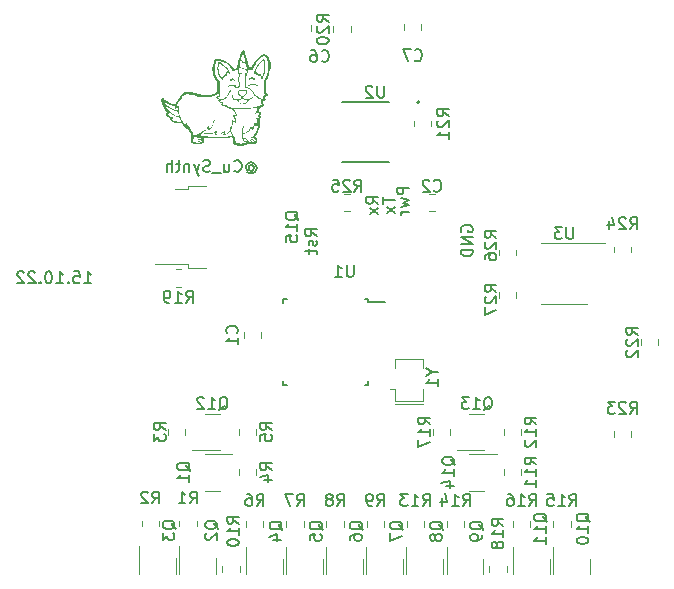
<source format=gbr>
G04 #@! TF.GenerationSoftware,KiCad,Pcbnew,6.0.8-f2edbf62ab~116~ubuntu20.04.1*
G04 #@! TF.CreationDate,2022-10-17T13:25:48+07:00*
G04 #@! TF.ProjectId,IN-8,494e2d38-2e6b-4696-9361-645f70636258,rev?*
G04 #@! TF.SameCoordinates,Original*
G04 #@! TF.FileFunction,Legend,Bot*
G04 #@! TF.FilePolarity,Positive*
%FSLAX46Y46*%
G04 Gerber Fmt 4.6, Leading zero omitted, Abs format (unit mm)*
G04 Created by KiCad (PCBNEW 6.0.8-f2edbf62ab~116~ubuntu20.04.1) date 2022-10-17 13:25:48*
%MOMM*%
%LPD*%
G01*
G04 APERTURE LIST*
%ADD10C,0.150000*%
%ADD11C,0.120000*%
%ADD12C,0.127000*%
%ADD13C,0.200000*%
G04 APERTURE END LIST*
D10*
X136041678Y-41889880D02*
X136613107Y-41889880D01*
X136327392Y-41889880D02*
X136327392Y-40889880D01*
X136422630Y-41032738D01*
X136517869Y-41127976D01*
X136613107Y-41175595D01*
X135136916Y-40889880D02*
X135613107Y-40889880D01*
X135660726Y-41366071D01*
X135613107Y-41318452D01*
X135517869Y-41270833D01*
X135279773Y-41270833D01*
X135184535Y-41318452D01*
X135136916Y-41366071D01*
X135089297Y-41461309D01*
X135089297Y-41699404D01*
X135136916Y-41794642D01*
X135184535Y-41842261D01*
X135279773Y-41889880D01*
X135517869Y-41889880D01*
X135613107Y-41842261D01*
X135660726Y-41794642D01*
X134660726Y-41794642D02*
X134613107Y-41842261D01*
X134660726Y-41889880D01*
X134708345Y-41842261D01*
X134660726Y-41794642D01*
X134660726Y-41889880D01*
X133660726Y-41889880D02*
X134232154Y-41889880D01*
X133946440Y-41889880D02*
X133946440Y-40889880D01*
X134041678Y-41032738D01*
X134136916Y-41127976D01*
X134232154Y-41175595D01*
X133041678Y-40889880D02*
X132946440Y-40889880D01*
X132851202Y-40937500D01*
X132803583Y-40985119D01*
X132755964Y-41080357D01*
X132708345Y-41270833D01*
X132708345Y-41508928D01*
X132755964Y-41699404D01*
X132803583Y-41794642D01*
X132851202Y-41842261D01*
X132946440Y-41889880D01*
X133041678Y-41889880D01*
X133136916Y-41842261D01*
X133184535Y-41794642D01*
X133232154Y-41699404D01*
X133279773Y-41508928D01*
X133279773Y-41270833D01*
X133232154Y-41080357D01*
X133184535Y-40985119D01*
X133136916Y-40937500D01*
X133041678Y-40889880D01*
X132279773Y-41794642D02*
X132232154Y-41842261D01*
X132279773Y-41889880D01*
X132327392Y-41842261D01*
X132279773Y-41794642D01*
X132279773Y-41889880D01*
X131851202Y-40985119D02*
X131803583Y-40937500D01*
X131708345Y-40889880D01*
X131470250Y-40889880D01*
X131375011Y-40937500D01*
X131327392Y-40985119D01*
X131279773Y-41080357D01*
X131279773Y-41175595D01*
X131327392Y-41318452D01*
X131898821Y-41889880D01*
X131279773Y-41889880D01*
X130898821Y-40985119D02*
X130851202Y-40937500D01*
X130755964Y-40889880D01*
X130517869Y-40889880D01*
X130422630Y-40937500D01*
X130375011Y-40985119D01*
X130327392Y-41080357D01*
X130327392Y-41175595D01*
X130375011Y-41318452D01*
X130946440Y-41889880D01*
X130327392Y-41889880D01*
X149965514Y-31976511D02*
X150013133Y-31928892D01*
X150108371Y-31881273D01*
X150203609Y-31881273D01*
X150298848Y-31928892D01*
X150346467Y-31976511D01*
X150394086Y-32071749D01*
X150394086Y-32166987D01*
X150346467Y-32262225D01*
X150298848Y-32309844D01*
X150203609Y-32357463D01*
X150108371Y-32357463D01*
X150013133Y-32309844D01*
X149965514Y-32262225D01*
X149965514Y-31881273D02*
X149965514Y-32262225D01*
X149917895Y-32309844D01*
X149870276Y-32309844D01*
X149775038Y-32262225D01*
X149727419Y-32166987D01*
X149727419Y-31928892D01*
X149822657Y-31786035D01*
X149965514Y-31690797D01*
X150155990Y-31643178D01*
X150346467Y-31690797D01*
X150489324Y-31786035D01*
X150584562Y-31928892D01*
X150632181Y-32119368D01*
X150584562Y-32309844D01*
X150489324Y-32452701D01*
X150346467Y-32547940D01*
X150155990Y-32595559D01*
X149965514Y-32547940D01*
X149822657Y-32452701D01*
X148727419Y-32357463D02*
X148775038Y-32405082D01*
X148917895Y-32452701D01*
X149013133Y-32452701D01*
X149155990Y-32405082D01*
X149251228Y-32309844D01*
X149298848Y-32214606D01*
X149346467Y-32024130D01*
X149346467Y-31881273D01*
X149298848Y-31690797D01*
X149251228Y-31595559D01*
X149155990Y-31500321D01*
X149013133Y-31452701D01*
X148917895Y-31452701D01*
X148775038Y-31500321D01*
X148727419Y-31547940D01*
X147870276Y-31786035D02*
X147870276Y-32452701D01*
X148298848Y-31786035D02*
X148298848Y-32309844D01*
X148251228Y-32405082D01*
X148155990Y-32452701D01*
X148013133Y-32452701D01*
X147917895Y-32405082D01*
X147870276Y-32357463D01*
X147632181Y-32547940D02*
X146870276Y-32547940D01*
X146679800Y-32405082D02*
X146536943Y-32452701D01*
X146298848Y-32452701D01*
X146203609Y-32405082D01*
X146155990Y-32357463D01*
X146108371Y-32262225D01*
X146108371Y-32166987D01*
X146155990Y-32071749D01*
X146203609Y-32024130D01*
X146298848Y-31976511D01*
X146489324Y-31928892D01*
X146584562Y-31881273D01*
X146632181Y-31833654D01*
X146679800Y-31738416D01*
X146679800Y-31643178D01*
X146632181Y-31547940D01*
X146584562Y-31500321D01*
X146489324Y-31452701D01*
X146251228Y-31452701D01*
X146108371Y-31500321D01*
X145775038Y-31786035D02*
X145536943Y-32452701D01*
X145298848Y-31786035D02*
X145536943Y-32452701D01*
X145632181Y-32690797D01*
X145679800Y-32738416D01*
X145775038Y-32786035D01*
X144917895Y-31786035D02*
X144917895Y-32452701D01*
X144917895Y-31881273D02*
X144870276Y-31833654D01*
X144775038Y-31786035D01*
X144632181Y-31786035D01*
X144536943Y-31833654D01*
X144489324Y-31928892D01*
X144489324Y-32452701D01*
X144155990Y-31786035D02*
X143775038Y-31786035D01*
X144013133Y-31452701D02*
X144013133Y-32309844D01*
X143965514Y-32405082D01*
X143870276Y-32452701D01*
X143775038Y-32452701D01*
X143441705Y-32452701D02*
X143441705Y-31452701D01*
X143013133Y-32452701D02*
X143013133Y-31928892D01*
X143060752Y-31833654D01*
X143155990Y-31786035D01*
X143298848Y-31786035D01*
X143394086Y-31833654D01*
X143441705Y-31881273D01*
X174312880Y-53837642D02*
X173836690Y-53504309D01*
X174312880Y-53266214D02*
X173312880Y-53266214D01*
X173312880Y-53647166D01*
X173360500Y-53742404D01*
X173408119Y-53790023D01*
X173503357Y-53837642D01*
X173646214Y-53837642D01*
X173741452Y-53790023D01*
X173789071Y-53742404D01*
X173836690Y-53647166D01*
X173836690Y-53266214D01*
X174312880Y-54790023D02*
X174312880Y-54218595D01*
X174312880Y-54504309D02*
X173312880Y-54504309D01*
X173455738Y-54409071D01*
X173550976Y-54313833D01*
X173598595Y-54218595D01*
X173408119Y-55170976D02*
X173360500Y-55218595D01*
X173312880Y-55313833D01*
X173312880Y-55551928D01*
X173360500Y-55647166D01*
X173408119Y-55694785D01*
X173503357Y-55742404D01*
X173598595Y-55742404D01*
X173741452Y-55694785D01*
X174312880Y-55123357D01*
X174312880Y-55742404D01*
X171512880Y-62437642D02*
X171036690Y-62104309D01*
X171512880Y-61866214D02*
X170512880Y-61866214D01*
X170512880Y-62247166D01*
X170560500Y-62342404D01*
X170608119Y-62390023D01*
X170703357Y-62437642D01*
X170846214Y-62437642D01*
X170941452Y-62390023D01*
X170989071Y-62342404D01*
X171036690Y-62247166D01*
X171036690Y-61866214D01*
X171512880Y-63390023D02*
X171512880Y-62818595D01*
X171512880Y-63104309D02*
X170512880Y-63104309D01*
X170655738Y-63009071D01*
X170750976Y-62913833D01*
X170798595Y-62818595D01*
X170941452Y-63961452D02*
X170893833Y-63866214D01*
X170846214Y-63818595D01*
X170750976Y-63770976D01*
X170703357Y-63770976D01*
X170608119Y-63818595D01*
X170560500Y-63866214D01*
X170512880Y-63961452D01*
X170512880Y-64151928D01*
X170560500Y-64247166D01*
X170608119Y-64294785D01*
X170703357Y-64342404D01*
X170750976Y-64342404D01*
X170846214Y-64294785D01*
X170893833Y-64247166D01*
X170941452Y-64151928D01*
X170941452Y-63961452D01*
X170989071Y-63866214D01*
X171036690Y-63818595D01*
X171131928Y-63770976D01*
X171322404Y-63770976D01*
X171417642Y-63818595D01*
X171465261Y-63866214D01*
X171512880Y-63961452D01*
X171512880Y-64151928D01*
X171465261Y-64247166D01*
X171417642Y-64294785D01*
X171322404Y-64342404D01*
X171131928Y-64342404D01*
X171036690Y-64294785D01*
X170989071Y-64247166D01*
X170941452Y-64151928D01*
X163512880Y-33785261D02*
X162512880Y-33785261D01*
X162512880Y-34166214D01*
X162560500Y-34261452D01*
X162608119Y-34309071D01*
X162703357Y-34356690D01*
X162846214Y-34356690D01*
X162941452Y-34309071D01*
X162989071Y-34261452D01*
X163036690Y-34166214D01*
X163036690Y-33785261D01*
X162846214Y-34690023D02*
X163512880Y-34880500D01*
X163036690Y-35070976D01*
X163512880Y-35261452D01*
X162846214Y-35451928D01*
X163512880Y-35832880D02*
X162846214Y-35832880D01*
X163036690Y-35832880D02*
X162941452Y-35880500D01*
X162893833Y-35928119D01*
X162846214Y-36023357D01*
X162846214Y-36118595D01*
X182246107Y-37317880D02*
X182579440Y-36841690D01*
X182817535Y-37317880D02*
X182817535Y-36317880D01*
X182436583Y-36317880D01*
X182341345Y-36365500D01*
X182293726Y-36413119D01*
X182246107Y-36508357D01*
X182246107Y-36651214D01*
X182293726Y-36746452D01*
X182341345Y-36794071D01*
X182436583Y-36841690D01*
X182817535Y-36841690D01*
X181865154Y-36413119D02*
X181817535Y-36365500D01*
X181722297Y-36317880D01*
X181484202Y-36317880D01*
X181388964Y-36365500D01*
X181341345Y-36413119D01*
X181293726Y-36508357D01*
X181293726Y-36603595D01*
X181341345Y-36746452D01*
X181912773Y-37317880D01*
X181293726Y-37317880D01*
X180436583Y-36651214D02*
X180436583Y-37317880D01*
X180674678Y-36270261D02*
X180912773Y-36984547D01*
X180293726Y-36984547D01*
X157427166Y-60732880D02*
X157760500Y-60256690D01*
X157998595Y-60732880D02*
X157998595Y-59732880D01*
X157617642Y-59732880D01*
X157522404Y-59780500D01*
X157474785Y-59828119D01*
X157427166Y-59923357D01*
X157427166Y-60066214D01*
X157474785Y-60161452D01*
X157522404Y-60209071D01*
X157617642Y-60256690D01*
X157998595Y-60256690D01*
X156855738Y-60161452D02*
X156950976Y-60113833D01*
X156998595Y-60066214D01*
X157046214Y-59970976D01*
X157046214Y-59923357D01*
X156998595Y-59828119D01*
X156950976Y-59780500D01*
X156855738Y-59732880D01*
X156665261Y-59732880D01*
X156570023Y-59780500D01*
X156522404Y-59828119D01*
X156474785Y-59923357D01*
X156474785Y-59970976D01*
X156522404Y-60066214D01*
X156570023Y-60113833D01*
X156665261Y-60161452D01*
X156855738Y-60161452D01*
X156950976Y-60209071D01*
X156998595Y-60256690D01*
X157046214Y-60351928D01*
X157046214Y-60542404D01*
X156998595Y-60637642D01*
X156950976Y-60685261D01*
X156855738Y-60732880D01*
X156665261Y-60732880D01*
X156570023Y-60685261D01*
X156522404Y-60637642D01*
X156474785Y-60542404D01*
X156474785Y-60351928D01*
X156522404Y-60256690D01*
X156570023Y-60209071D01*
X156665261Y-60161452D01*
X160912880Y-35185261D02*
X160436690Y-34851928D01*
X160912880Y-34613833D02*
X159912880Y-34613833D01*
X159912880Y-34994785D01*
X159960500Y-35090023D01*
X160008119Y-35137642D01*
X160103357Y-35185261D01*
X160246214Y-35185261D01*
X160341452Y-35137642D01*
X160389071Y-35090023D01*
X160436690Y-34994785D01*
X160436690Y-34613833D01*
X160912880Y-35518595D02*
X160246214Y-36042404D01*
X160246214Y-35518595D02*
X160912880Y-36042404D01*
X173703357Y-60732880D02*
X174036690Y-60256690D01*
X174274785Y-60732880D02*
X174274785Y-59732880D01*
X173893833Y-59732880D01*
X173798595Y-59780500D01*
X173750976Y-59828119D01*
X173703357Y-59923357D01*
X173703357Y-60066214D01*
X173750976Y-60161452D01*
X173798595Y-60209071D01*
X173893833Y-60256690D01*
X174274785Y-60256690D01*
X172750976Y-60732880D02*
X173322404Y-60732880D01*
X173036690Y-60732880D02*
X173036690Y-59732880D01*
X173131928Y-59875738D01*
X173227166Y-59970976D01*
X173322404Y-60018595D01*
X171893833Y-59732880D02*
X172084309Y-59732880D01*
X172179547Y-59780500D01*
X172227166Y-59828119D01*
X172322404Y-59970976D01*
X172370023Y-60161452D01*
X172370023Y-60542404D01*
X172322404Y-60637642D01*
X172274785Y-60685261D01*
X172179547Y-60732880D01*
X171989071Y-60732880D01*
X171893833Y-60685261D01*
X171846214Y-60637642D01*
X171798595Y-60542404D01*
X171798595Y-60304309D01*
X171846214Y-60209071D01*
X171893833Y-60161452D01*
X171989071Y-60113833D01*
X172179547Y-60113833D01*
X172274785Y-60161452D01*
X172322404Y-60209071D01*
X172370023Y-60304309D01*
X156208119Y-62785261D02*
X156160500Y-62690023D01*
X156065261Y-62594785D01*
X155922404Y-62451928D01*
X155874785Y-62356690D01*
X155874785Y-62261452D01*
X156112880Y-62309071D02*
X156065261Y-62213833D01*
X155970023Y-62118595D01*
X155779547Y-62070976D01*
X155446214Y-62070976D01*
X155255738Y-62118595D01*
X155160500Y-62213833D01*
X155112880Y-62309071D01*
X155112880Y-62499547D01*
X155160500Y-62594785D01*
X155255738Y-62690023D01*
X155446214Y-62737642D01*
X155779547Y-62737642D01*
X155970023Y-62690023D01*
X156065261Y-62594785D01*
X156112880Y-62499547D01*
X156112880Y-62309071D01*
X155112880Y-63642404D02*
X155112880Y-63166214D01*
X155589071Y-63118595D01*
X155541452Y-63166214D01*
X155493833Y-63261452D01*
X155493833Y-63499547D01*
X155541452Y-63594785D01*
X155589071Y-63642404D01*
X155684309Y-63690023D01*
X155922404Y-63690023D01*
X156017642Y-63642404D01*
X156065261Y-63594785D01*
X156112880Y-63499547D01*
X156112880Y-63261452D01*
X156065261Y-63166214D01*
X156017642Y-63118595D01*
X167408119Y-57309071D02*
X167360500Y-57213833D01*
X167265261Y-57118595D01*
X167122404Y-56975738D01*
X167074785Y-56880500D01*
X167074785Y-56785261D01*
X167312880Y-56832880D02*
X167265261Y-56737642D01*
X167170023Y-56642404D01*
X166979547Y-56594785D01*
X166646214Y-56594785D01*
X166455738Y-56642404D01*
X166360500Y-56737642D01*
X166312880Y-56832880D01*
X166312880Y-57023357D01*
X166360500Y-57118595D01*
X166455738Y-57213833D01*
X166646214Y-57261452D01*
X166979547Y-57261452D01*
X167170023Y-57213833D01*
X167265261Y-57118595D01*
X167312880Y-57023357D01*
X167312880Y-56832880D01*
X167312880Y-58213833D02*
X167312880Y-57642404D01*
X167312880Y-57928119D02*
X166312880Y-57928119D01*
X166455738Y-57832880D01*
X166550976Y-57737642D01*
X166598595Y-57642404D01*
X166646214Y-59070976D02*
X167312880Y-59070976D01*
X166265261Y-58832880D02*
X166979547Y-58594785D01*
X166979547Y-59213833D01*
X159608119Y-62785261D02*
X159560500Y-62690023D01*
X159465261Y-62594785D01*
X159322404Y-62451928D01*
X159274785Y-62356690D01*
X159274785Y-62261452D01*
X159512880Y-62309071D02*
X159465261Y-62213833D01*
X159370023Y-62118595D01*
X159179547Y-62070976D01*
X158846214Y-62070976D01*
X158655738Y-62118595D01*
X158560500Y-62213833D01*
X158512880Y-62309071D01*
X158512880Y-62499547D01*
X158560500Y-62594785D01*
X158655738Y-62690023D01*
X158846214Y-62737642D01*
X159179547Y-62737642D01*
X159370023Y-62690023D01*
X159465261Y-62594785D01*
X159512880Y-62499547D01*
X159512880Y-62309071D01*
X158512880Y-63594785D02*
X158512880Y-63404309D01*
X158560500Y-63309071D01*
X158608119Y-63261452D01*
X158750976Y-63166214D01*
X158941452Y-63118595D01*
X159322404Y-63118595D01*
X159417642Y-63166214D01*
X159465261Y-63213833D01*
X159512880Y-63309071D01*
X159512880Y-63499547D01*
X159465261Y-63594785D01*
X159417642Y-63642404D01*
X159322404Y-63690023D01*
X159084309Y-63690023D01*
X158989071Y-63642404D01*
X158941452Y-63594785D01*
X158893833Y-63499547D01*
X158893833Y-63309071D01*
X158941452Y-63213833D01*
X158989071Y-63166214D01*
X159084309Y-63118595D01*
X168103357Y-60732880D02*
X168436690Y-60256690D01*
X168674785Y-60732880D02*
X168674785Y-59732880D01*
X168293833Y-59732880D01*
X168198595Y-59780500D01*
X168150976Y-59828119D01*
X168103357Y-59923357D01*
X168103357Y-60066214D01*
X168150976Y-60161452D01*
X168198595Y-60209071D01*
X168293833Y-60256690D01*
X168674785Y-60256690D01*
X167150976Y-60732880D02*
X167722404Y-60732880D01*
X167436690Y-60732880D02*
X167436690Y-59732880D01*
X167531928Y-59875738D01*
X167627166Y-59970976D01*
X167722404Y-60018595D01*
X166293833Y-60066214D02*
X166293833Y-60732880D01*
X166531928Y-59685261D02*
X166770023Y-60399547D01*
X166150976Y-60399547D01*
X145008119Y-57785261D02*
X144960500Y-57690023D01*
X144865261Y-57594785D01*
X144722404Y-57451928D01*
X144674785Y-57356690D01*
X144674785Y-57261452D01*
X144912880Y-57309071D02*
X144865261Y-57213833D01*
X144770023Y-57118595D01*
X144579547Y-57070976D01*
X144246214Y-57070976D01*
X144055738Y-57118595D01*
X143960500Y-57213833D01*
X143912880Y-57309071D01*
X143912880Y-57499547D01*
X143960500Y-57594785D01*
X144055738Y-57690023D01*
X144246214Y-57737642D01*
X144579547Y-57737642D01*
X144770023Y-57690023D01*
X144865261Y-57594785D01*
X144912880Y-57499547D01*
X144912880Y-57309071D01*
X144912880Y-58690023D02*
X144912880Y-58118595D01*
X144912880Y-58404309D02*
X143912880Y-58404309D01*
X144055738Y-58309071D01*
X144150976Y-58213833D01*
X144198595Y-58118595D01*
X143758119Y-62722761D02*
X143710500Y-62627523D01*
X143615261Y-62532285D01*
X143472404Y-62389428D01*
X143424785Y-62294190D01*
X143424785Y-62198952D01*
X143662880Y-62246571D02*
X143615261Y-62151333D01*
X143520023Y-62056095D01*
X143329547Y-62008476D01*
X142996214Y-62008476D01*
X142805738Y-62056095D01*
X142710500Y-62151333D01*
X142662880Y-62246571D01*
X142662880Y-62437047D01*
X142710500Y-62532285D01*
X142805738Y-62627523D01*
X142996214Y-62675142D01*
X143329547Y-62675142D01*
X143520023Y-62627523D01*
X143615261Y-62532285D01*
X143662880Y-62437047D01*
X143662880Y-62246571D01*
X142662880Y-63008476D02*
X142662880Y-63627523D01*
X143043833Y-63294190D01*
X143043833Y-63437047D01*
X143091452Y-63532285D01*
X143139071Y-63579904D01*
X143234309Y-63627523D01*
X143472404Y-63627523D01*
X143567642Y-63579904D01*
X143615261Y-63532285D01*
X143662880Y-63437047D01*
X143662880Y-63151333D01*
X143615261Y-63056095D01*
X143567642Y-63008476D01*
X158903357Y-34132880D02*
X159236690Y-33656690D01*
X159474785Y-34132880D02*
X159474785Y-33132880D01*
X159093833Y-33132880D01*
X158998595Y-33180500D01*
X158950976Y-33228119D01*
X158903357Y-33323357D01*
X158903357Y-33466214D01*
X158950976Y-33561452D01*
X158998595Y-33609071D01*
X159093833Y-33656690D01*
X159474785Y-33656690D01*
X158522404Y-33228119D02*
X158474785Y-33180500D01*
X158379547Y-33132880D01*
X158141452Y-33132880D01*
X158046214Y-33180500D01*
X157998595Y-33228119D01*
X157950976Y-33323357D01*
X157950976Y-33418595D01*
X157998595Y-33561452D01*
X158570023Y-34132880D01*
X157950976Y-34132880D01*
X157046214Y-33132880D02*
X157522404Y-33132880D01*
X157570023Y-33609071D01*
X157522404Y-33561452D01*
X157427166Y-33513833D01*
X157189071Y-33513833D01*
X157093833Y-33561452D01*
X157046214Y-33609071D01*
X156998595Y-33704309D01*
X156998595Y-33942404D01*
X157046214Y-34037642D01*
X157093833Y-34085261D01*
X157189071Y-34132880D01*
X157427166Y-34132880D01*
X157522404Y-34085261D01*
X157570023Y-34037642D01*
X169831928Y-52628119D02*
X169927166Y-52580500D01*
X170022404Y-52485261D01*
X170165261Y-52342404D01*
X170260500Y-52294785D01*
X170355738Y-52294785D01*
X170308119Y-52532880D02*
X170403357Y-52485261D01*
X170498595Y-52390023D01*
X170546214Y-52199547D01*
X170546214Y-51866214D01*
X170498595Y-51675738D01*
X170403357Y-51580500D01*
X170308119Y-51532880D01*
X170117642Y-51532880D01*
X170022404Y-51580500D01*
X169927166Y-51675738D01*
X169879547Y-51866214D01*
X169879547Y-52199547D01*
X169927166Y-52390023D01*
X170022404Y-52485261D01*
X170117642Y-52532880D01*
X170308119Y-52532880D01*
X168927166Y-52532880D02*
X169498595Y-52532880D01*
X169212880Y-52532880D02*
X169212880Y-51532880D01*
X169308119Y-51675738D01*
X169403357Y-51770976D01*
X169498595Y-51818595D01*
X168593833Y-51532880D02*
X167974785Y-51532880D01*
X168308119Y-51913833D01*
X168165261Y-51913833D01*
X168070023Y-51961452D01*
X168022404Y-52009071D01*
X167974785Y-52104309D01*
X167974785Y-52342404D01*
X168022404Y-52437642D01*
X168070023Y-52485261D01*
X168165261Y-52532880D01*
X168450976Y-52532880D01*
X168546214Y-52485261D01*
X168593833Y-52437642D01*
X164703357Y-60732880D02*
X165036690Y-60256690D01*
X165274785Y-60732880D02*
X165274785Y-59732880D01*
X164893833Y-59732880D01*
X164798595Y-59780500D01*
X164750976Y-59828119D01*
X164703357Y-59923357D01*
X164703357Y-60066214D01*
X164750976Y-60161452D01*
X164798595Y-60209071D01*
X164893833Y-60256690D01*
X165274785Y-60256690D01*
X163750976Y-60732880D02*
X164322404Y-60732880D01*
X164036690Y-60732880D02*
X164036690Y-59732880D01*
X164131928Y-59875738D01*
X164227166Y-59970976D01*
X164322404Y-60018595D01*
X163417642Y-59732880D02*
X162798595Y-59732880D01*
X163131928Y-60113833D01*
X162989071Y-60113833D01*
X162893833Y-60161452D01*
X162846214Y-60209071D01*
X162798595Y-60304309D01*
X162798595Y-60542404D01*
X162846214Y-60637642D01*
X162893833Y-60685261D01*
X162989071Y-60732880D01*
X163274785Y-60732880D01*
X163370023Y-60685261D01*
X163417642Y-60637642D01*
X169808119Y-62785261D02*
X169760500Y-62690023D01*
X169665261Y-62594785D01*
X169522404Y-62451928D01*
X169474785Y-62356690D01*
X169474785Y-62261452D01*
X169712880Y-62309071D02*
X169665261Y-62213833D01*
X169570023Y-62118595D01*
X169379547Y-62070976D01*
X169046214Y-62070976D01*
X168855738Y-62118595D01*
X168760500Y-62213833D01*
X168712880Y-62309071D01*
X168712880Y-62499547D01*
X168760500Y-62594785D01*
X168855738Y-62690023D01*
X169046214Y-62737642D01*
X169379547Y-62737642D01*
X169570023Y-62690023D01*
X169665261Y-62594785D01*
X169712880Y-62499547D01*
X169712880Y-62309071D01*
X169712880Y-63213833D02*
X169712880Y-63404309D01*
X169665261Y-63499547D01*
X169617642Y-63547166D01*
X169474785Y-63642404D01*
X169284309Y-63690023D01*
X168903357Y-63690023D01*
X168808119Y-63642404D01*
X168760500Y-63594785D01*
X168712880Y-63499547D01*
X168712880Y-63309071D01*
X168760500Y-63213833D01*
X168808119Y-63166214D01*
X168903357Y-63118595D01*
X169141452Y-63118595D01*
X169236690Y-63166214D01*
X169284309Y-63213833D01*
X169331928Y-63309071D01*
X169331928Y-63499547D01*
X169284309Y-63594785D01*
X169236690Y-63642404D01*
X169141452Y-63690023D01*
X178808119Y-62109071D02*
X178760500Y-62013833D01*
X178665261Y-61918595D01*
X178522404Y-61775738D01*
X178474785Y-61680500D01*
X178474785Y-61585261D01*
X178712880Y-61632880D02*
X178665261Y-61537642D01*
X178570023Y-61442404D01*
X178379547Y-61394785D01*
X178046214Y-61394785D01*
X177855738Y-61442404D01*
X177760500Y-61537642D01*
X177712880Y-61632880D01*
X177712880Y-61823357D01*
X177760500Y-61918595D01*
X177855738Y-62013833D01*
X178046214Y-62061452D01*
X178379547Y-62061452D01*
X178570023Y-62013833D01*
X178665261Y-61918595D01*
X178712880Y-61823357D01*
X178712880Y-61632880D01*
X178712880Y-63013833D02*
X178712880Y-62442404D01*
X178712880Y-62728119D02*
X177712880Y-62728119D01*
X177855738Y-62632880D01*
X177950976Y-62537642D01*
X177998595Y-62442404D01*
X177712880Y-63632880D02*
X177712880Y-63728119D01*
X177760500Y-63823357D01*
X177808119Y-63870976D01*
X177903357Y-63918595D01*
X178093833Y-63966214D01*
X178331928Y-63966214D01*
X178522404Y-63918595D01*
X178617642Y-63870976D01*
X178665261Y-63823357D01*
X178712880Y-63728119D01*
X178712880Y-63632880D01*
X178665261Y-63537642D01*
X178617642Y-63490023D01*
X178522404Y-63442404D01*
X178331928Y-63394785D01*
X178093833Y-63394785D01*
X177903357Y-63442404D01*
X177808119Y-63490023D01*
X177760500Y-63537642D01*
X177712880Y-63632880D01*
X144977166Y-60532880D02*
X145310500Y-60056690D01*
X145548595Y-60532880D02*
X145548595Y-59532880D01*
X145167642Y-59532880D01*
X145072404Y-59580500D01*
X145024785Y-59628119D01*
X144977166Y-59723357D01*
X144977166Y-59866214D01*
X145024785Y-59961452D01*
X145072404Y-60009071D01*
X145167642Y-60056690D01*
X145548595Y-60056690D01*
X144024785Y-60532880D02*
X144596214Y-60532880D01*
X144310500Y-60532880D02*
X144310500Y-59532880D01*
X144405738Y-59675738D01*
X144500976Y-59770976D01*
X144596214Y-59818595D01*
X182246107Y-52938880D02*
X182579440Y-52462690D01*
X182817535Y-52938880D02*
X182817535Y-51938880D01*
X182436583Y-51938880D01*
X182341345Y-51986500D01*
X182293726Y-52034119D01*
X182246107Y-52129357D01*
X182246107Y-52272214D01*
X182293726Y-52367452D01*
X182341345Y-52415071D01*
X182436583Y-52462690D01*
X182817535Y-52462690D01*
X181865154Y-52034119D02*
X181817535Y-51986500D01*
X181722297Y-51938880D01*
X181484202Y-51938880D01*
X181388964Y-51986500D01*
X181341345Y-52034119D01*
X181293726Y-52129357D01*
X181293726Y-52224595D01*
X181341345Y-52367452D01*
X181912773Y-52938880D01*
X181293726Y-52938880D01*
X180960392Y-51938880D02*
X180341345Y-51938880D01*
X180674678Y-52319833D01*
X180531821Y-52319833D01*
X180436583Y-52367452D01*
X180388964Y-52415071D01*
X180341345Y-52510309D01*
X180341345Y-52748404D01*
X180388964Y-52843642D01*
X180436583Y-52891261D01*
X180531821Y-52938880D01*
X180817535Y-52938880D01*
X180912773Y-52891261D01*
X180960392Y-52843642D01*
X175208119Y-62109071D02*
X175160500Y-62013833D01*
X175065261Y-61918595D01*
X174922404Y-61775738D01*
X174874785Y-61680500D01*
X174874785Y-61585261D01*
X175112880Y-61632880D02*
X175065261Y-61537642D01*
X174970023Y-61442404D01*
X174779547Y-61394785D01*
X174446214Y-61394785D01*
X174255738Y-61442404D01*
X174160500Y-61537642D01*
X174112880Y-61632880D01*
X174112880Y-61823357D01*
X174160500Y-61918595D01*
X174255738Y-62013833D01*
X174446214Y-62061452D01*
X174779547Y-62061452D01*
X174970023Y-62013833D01*
X175065261Y-61918595D01*
X175112880Y-61823357D01*
X175112880Y-61632880D01*
X175112880Y-63013833D02*
X175112880Y-62442404D01*
X175112880Y-62728119D02*
X174112880Y-62728119D01*
X174255738Y-62632880D01*
X174350976Y-62537642D01*
X174398595Y-62442404D01*
X175112880Y-63966214D02*
X175112880Y-63394785D01*
X175112880Y-63680500D02*
X174112880Y-63680500D01*
X174255738Y-63585261D01*
X174350976Y-63490023D01*
X174398595Y-63394785D01*
X142912880Y-54313833D02*
X142436690Y-53980500D01*
X142912880Y-53742404D02*
X141912880Y-53742404D01*
X141912880Y-54123357D01*
X141960500Y-54218595D01*
X142008119Y-54266214D01*
X142103357Y-54313833D01*
X142246214Y-54313833D01*
X142341452Y-54266214D01*
X142389071Y-54218595D01*
X142436690Y-54123357D01*
X142436690Y-53742404D01*
X141912880Y-54647166D02*
X141912880Y-55266214D01*
X142293833Y-54932880D01*
X142293833Y-55075738D01*
X142341452Y-55170976D01*
X142389071Y-55218595D01*
X142484309Y-55266214D01*
X142722404Y-55266214D01*
X142817642Y-55218595D01*
X142865261Y-55170976D01*
X142912880Y-55075738D01*
X142912880Y-54790023D01*
X142865261Y-54694785D01*
X142817642Y-54647166D01*
X163008119Y-62785261D02*
X162960500Y-62690023D01*
X162865261Y-62594785D01*
X162722404Y-62451928D01*
X162674785Y-62356690D01*
X162674785Y-62261452D01*
X162912880Y-62309071D02*
X162865261Y-62213833D01*
X162770023Y-62118595D01*
X162579547Y-62070976D01*
X162246214Y-62070976D01*
X162055738Y-62118595D01*
X161960500Y-62213833D01*
X161912880Y-62309071D01*
X161912880Y-62499547D01*
X161960500Y-62594785D01*
X162055738Y-62690023D01*
X162246214Y-62737642D01*
X162579547Y-62737642D01*
X162770023Y-62690023D01*
X162865261Y-62594785D01*
X162912880Y-62499547D01*
X162912880Y-62309071D01*
X161912880Y-63070976D02*
X161912880Y-63737642D01*
X162912880Y-63309071D01*
X144654107Y-43533880D02*
X144987440Y-43057690D01*
X145225535Y-43533880D02*
X145225535Y-42533880D01*
X144844583Y-42533880D01*
X144749345Y-42581500D01*
X144701726Y-42629119D01*
X144654107Y-42724357D01*
X144654107Y-42867214D01*
X144701726Y-42962452D01*
X144749345Y-43010071D01*
X144844583Y-43057690D01*
X145225535Y-43057690D01*
X143701726Y-43533880D02*
X144273154Y-43533880D01*
X143987440Y-43533880D02*
X143987440Y-42533880D01*
X144082678Y-42676738D01*
X144177916Y-42771976D01*
X144273154Y-42819595D01*
X143225535Y-43533880D02*
X143035059Y-43533880D01*
X142939821Y-43486261D01*
X142892202Y-43438642D01*
X142796964Y-43295785D01*
X142749345Y-43105309D01*
X142749345Y-42724357D01*
X142796964Y-42629119D01*
X142844583Y-42581500D01*
X142939821Y-42533880D01*
X143130297Y-42533880D01*
X143225535Y-42581500D01*
X143273154Y-42629119D01*
X143320773Y-42724357D01*
X143320773Y-42962452D01*
X143273154Y-43057690D01*
X143225535Y-43105309D01*
X143130297Y-43152928D01*
X142939821Y-43152928D01*
X142844583Y-43105309D01*
X142796964Y-43057690D01*
X142749345Y-42962452D01*
X156706630Y-19736142D02*
X156230440Y-19402809D01*
X156706630Y-19164714D02*
X155706630Y-19164714D01*
X155706630Y-19545666D01*
X155754250Y-19640904D01*
X155801869Y-19688523D01*
X155897107Y-19736142D01*
X156039964Y-19736142D01*
X156135202Y-19688523D01*
X156182821Y-19640904D01*
X156230440Y-19545666D01*
X156230440Y-19164714D01*
X155801869Y-20117095D02*
X155754250Y-20164714D01*
X155706630Y-20259952D01*
X155706630Y-20498047D01*
X155754250Y-20593285D01*
X155801869Y-20640904D01*
X155897107Y-20688523D01*
X155992345Y-20688523D01*
X156135202Y-20640904D01*
X156706630Y-20069476D01*
X156706630Y-20688523D01*
X155706630Y-21307571D02*
X155706630Y-21402809D01*
X155754250Y-21498047D01*
X155801869Y-21545666D01*
X155897107Y-21593285D01*
X156087583Y-21640904D01*
X156325678Y-21640904D01*
X156516154Y-21593285D01*
X156611392Y-21545666D01*
X156659011Y-21498047D01*
X156706630Y-21402809D01*
X156706630Y-21307571D01*
X156659011Y-21212333D01*
X156611392Y-21164714D01*
X156516154Y-21117095D01*
X156325678Y-21069476D01*
X156087583Y-21069476D01*
X155897107Y-21117095D01*
X155801869Y-21164714D01*
X155754250Y-21212333D01*
X155706630Y-21307571D01*
X167960500Y-37518595D02*
X167912880Y-37423357D01*
X167912880Y-37280500D01*
X167960500Y-37137642D01*
X168055738Y-37042404D01*
X168150976Y-36994785D01*
X168341452Y-36947166D01*
X168484309Y-36947166D01*
X168674785Y-36994785D01*
X168770023Y-37042404D01*
X168865261Y-37137642D01*
X168912880Y-37280500D01*
X168912880Y-37375738D01*
X168865261Y-37518595D01*
X168817642Y-37566214D01*
X168484309Y-37566214D01*
X168484309Y-37375738D01*
X168912880Y-37994785D02*
X167912880Y-37994785D01*
X168912880Y-38566214D01*
X167912880Y-38566214D01*
X168912880Y-39042404D02*
X167912880Y-39042404D01*
X167912880Y-39280500D01*
X167960500Y-39423357D01*
X168055738Y-39518595D01*
X168150976Y-39566214D01*
X168341452Y-39613833D01*
X168484309Y-39613833D01*
X168674785Y-39566214D01*
X168770023Y-39518595D01*
X168865261Y-39423357D01*
X168912880Y-39280500D01*
X168912880Y-39042404D01*
X151912880Y-54313833D02*
X151436690Y-53980500D01*
X151912880Y-53742404D02*
X150912880Y-53742404D01*
X150912880Y-54123357D01*
X150960500Y-54218595D01*
X151008119Y-54266214D01*
X151103357Y-54313833D01*
X151246214Y-54313833D01*
X151341452Y-54266214D01*
X151389071Y-54218595D01*
X151436690Y-54123357D01*
X151436690Y-53742404D01*
X150912880Y-55218595D02*
X150912880Y-54742404D01*
X151389071Y-54694785D01*
X151341452Y-54742404D01*
X151293833Y-54837642D01*
X151293833Y-55075738D01*
X151341452Y-55170976D01*
X151389071Y-55218595D01*
X151484309Y-55266214D01*
X151722404Y-55266214D01*
X151817642Y-55218595D01*
X151865261Y-55170976D01*
X151912880Y-55075738D01*
X151912880Y-54837642D01*
X151865261Y-54742404D01*
X151817642Y-54694785D01*
X148947142Y-46113833D02*
X148994761Y-46066214D01*
X149042380Y-45923357D01*
X149042380Y-45828119D01*
X148994761Y-45685261D01*
X148899523Y-45590023D01*
X148804285Y-45542404D01*
X148613809Y-45494785D01*
X148470952Y-45494785D01*
X148280476Y-45542404D01*
X148185238Y-45590023D01*
X148090000Y-45685261D01*
X148042380Y-45828119D01*
X148042380Y-45923357D01*
X148090000Y-46066214D01*
X148137619Y-46113833D01*
X149042380Y-47066214D02*
X149042380Y-46494785D01*
X149042380Y-46780500D02*
X148042380Y-46780500D01*
X148185238Y-46685261D01*
X148280476Y-46590023D01*
X148328095Y-46494785D01*
X170912880Y-38037642D02*
X170436690Y-37704309D01*
X170912880Y-37466214D02*
X169912880Y-37466214D01*
X169912880Y-37847166D01*
X169960500Y-37942404D01*
X170008119Y-37990023D01*
X170103357Y-38037642D01*
X170246214Y-38037642D01*
X170341452Y-37990023D01*
X170389071Y-37942404D01*
X170436690Y-37847166D01*
X170436690Y-37466214D01*
X170008119Y-38418595D02*
X169960500Y-38466214D01*
X169912880Y-38561452D01*
X169912880Y-38799547D01*
X169960500Y-38894785D01*
X170008119Y-38942404D01*
X170103357Y-38990023D01*
X170198595Y-38990023D01*
X170341452Y-38942404D01*
X170912880Y-38370976D01*
X170912880Y-38990023D01*
X169912880Y-39847166D02*
X169912880Y-39656690D01*
X169960500Y-39561452D01*
X170008119Y-39513833D01*
X170150976Y-39418595D01*
X170341452Y-39370976D01*
X170722404Y-39370976D01*
X170817642Y-39418595D01*
X170865261Y-39466214D01*
X170912880Y-39561452D01*
X170912880Y-39751928D01*
X170865261Y-39847166D01*
X170817642Y-39894785D01*
X170722404Y-39942404D01*
X170484309Y-39942404D01*
X170389071Y-39894785D01*
X170341452Y-39847166D01*
X170293833Y-39751928D01*
X170293833Y-39561452D01*
X170341452Y-39466214D01*
X170389071Y-39418595D01*
X170484309Y-39370976D01*
X165627166Y-34037642D02*
X165674785Y-34085261D01*
X165817642Y-34132880D01*
X165912880Y-34132880D01*
X166055738Y-34085261D01*
X166150976Y-33990023D01*
X166198595Y-33894785D01*
X166246214Y-33704309D01*
X166246214Y-33561452D01*
X166198595Y-33370976D01*
X166150976Y-33275738D01*
X166055738Y-33180500D01*
X165912880Y-33132880D01*
X165817642Y-33132880D01*
X165674785Y-33180500D01*
X165627166Y-33228119D01*
X165246214Y-33228119D02*
X165198595Y-33180500D01*
X165103357Y-33132880D01*
X164865261Y-33132880D01*
X164770023Y-33180500D01*
X164722404Y-33228119D01*
X164674785Y-33323357D01*
X164674785Y-33418595D01*
X164722404Y-33561452D01*
X165293833Y-34132880D01*
X164674785Y-34132880D01*
X170912880Y-42637642D02*
X170436690Y-42304309D01*
X170912880Y-42066214D02*
X169912880Y-42066214D01*
X169912880Y-42447166D01*
X169960500Y-42542404D01*
X170008119Y-42590023D01*
X170103357Y-42637642D01*
X170246214Y-42637642D01*
X170341452Y-42590023D01*
X170389071Y-42542404D01*
X170436690Y-42447166D01*
X170436690Y-42066214D01*
X170008119Y-43018595D02*
X169960500Y-43066214D01*
X169912880Y-43161452D01*
X169912880Y-43399547D01*
X169960500Y-43494785D01*
X170008119Y-43542404D01*
X170103357Y-43590023D01*
X170198595Y-43590023D01*
X170341452Y-43542404D01*
X170912880Y-42970976D01*
X170912880Y-43590023D01*
X169912880Y-43923357D02*
X169912880Y-44590023D01*
X170912880Y-44161452D01*
X166408119Y-62785261D02*
X166360500Y-62690023D01*
X166265261Y-62594785D01*
X166122404Y-62451928D01*
X166074785Y-62356690D01*
X166074785Y-62261452D01*
X166312880Y-62309071D02*
X166265261Y-62213833D01*
X166170023Y-62118595D01*
X165979547Y-62070976D01*
X165646214Y-62070976D01*
X165455738Y-62118595D01*
X165360500Y-62213833D01*
X165312880Y-62309071D01*
X165312880Y-62499547D01*
X165360500Y-62594785D01*
X165455738Y-62690023D01*
X165646214Y-62737642D01*
X165979547Y-62737642D01*
X166170023Y-62690023D01*
X166265261Y-62594785D01*
X166312880Y-62499547D01*
X166312880Y-62309071D01*
X165741452Y-63309071D02*
X165693833Y-63213833D01*
X165646214Y-63166214D01*
X165550976Y-63118595D01*
X165503357Y-63118595D01*
X165408119Y-63166214D01*
X165360500Y-63213833D01*
X165312880Y-63309071D01*
X165312880Y-63499547D01*
X165360500Y-63594785D01*
X165408119Y-63642404D01*
X165503357Y-63690023D01*
X165550976Y-63690023D01*
X165646214Y-63642404D01*
X165693833Y-63594785D01*
X165741452Y-63499547D01*
X165741452Y-63309071D01*
X165789071Y-63213833D01*
X165836690Y-63166214D01*
X165931928Y-63118595D01*
X166122404Y-63118595D01*
X166217642Y-63166214D01*
X166265261Y-63213833D01*
X166312880Y-63309071D01*
X166312880Y-63499547D01*
X166265261Y-63594785D01*
X166217642Y-63642404D01*
X166122404Y-63690023D01*
X165931928Y-63690023D01*
X165836690Y-63642404D01*
X165789071Y-63594785D01*
X165741452Y-63499547D01*
X177103357Y-60732880D02*
X177436690Y-60256690D01*
X177674785Y-60732880D02*
X177674785Y-59732880D01*
X177293833Y-59732880D01*
X177198595Y-59780500D01*
X177150976Y-59828119D01*
X177103357Y-59923357D01*
X177103357Y-60066214D01*
X177150976Y-60161452D01*
X177198595Y-60209071D01*
X177293833Y-60256690D01*
X177674785Y-60256690D01*
X176150976Y-60732880D02*
X176722404Y-60732880D01*
X176436690Y-60732880D02*
X176436690Y-59732880D01*
X176531928Y-59875738D01*
X176627166Y-59970976D01*
X176722404Y-60018595D01*
X175246214Y-59732880D02*
X175722404Y-59732880D01*
X175770023Y-60209071D01*
X175722404Y-60161452D01*
X175627166Y-60113833D01*
X175389071Y-60113833D01*
X175293833Y-60161452D01*
X175246214Y-60209071D01*
X175198595Y-60304309D01*
X175198595Y-60542404D01*
X175246214Y-60637642D01*
X175293833Y-60685261D01*
X175389071Y-60732880D01*
X175627166Y-60732880D01*
X175722404Y-60685261D01*
X175770023Y-60637642D01*
X177422404Y-37132880D02*
X177422404Y-37942404D01*
X177374785Y-38037642D01*
X177327166Y-38085261D01*
X177231928Y-38132880D01*
X177041452Y-38132880D01*
X176946214Y-38085261D01*
X176898595Y-38037642D01*
X176850976Y-37942404D01*
X176850976Y-37132880D01*
X176470023Y-37132880D02*
X175850976Y-37132880D01*
X176184309Y-37513833D01*
X176041452Y-37513833D01*
X175946214Y-37561452D01*
X175898595Y-37609071D01*
X175850976Y-37704309D01*
X175850976Y-37942404D01*
X175898595Y-38037642D01*
X175946214Y-38085261D01*
X176041452Y-38132880D01*
X176327166Y-38132880D01*
X176422404Y-38085261D01*
X176470023Y-38037642D01*
X182912880Y-46237642D02*
X182436690Y-45904309D01*
X182912880Y-45666214D02*
X181912880Y-45666214D01*
X181912880Y-46047166D01*
X181960500Y-46142404D01*
X182008119Y-46190023D01*
X182103357Y-46237642D01*
X182246214Y-46237642D01*
X182341452Y-46190023D01*
X182389071Y-46142404D01*
X182436690Y-46047166D01*
X182436690Y-45666214D01*
X182008119Y-46618595D02*
X181960500Y-46666214D01*
X181912880Y-46761452D01*
X181912880Y-46999547D01*
X181960500Y-47094785D01*
X182008119Y-47142404D01*
X182103357Y-47190023D01*
X182198595Y-47190023D01*
X182341452Y-47142404D01*
X182912880Y-46570976D01*
X182912880Y-47190023D01*
X182008119Y-47570976D02*
X181960500Y-47618595D01*
X181912880Y-47713833D01*
X181912880Y-47951928D01*
X181960500Y-48047166D01*
X182008119Y-48094785D01*
X182103357Y-48142404D01*
X182198595Y-48142404D01*
X182341452Y-48094785D01*
X182912880Y-47523357D01*
X182912880Y-48142404D01*
X174312880Y-57237642D02*
X173836690Y-56904309D01*
X174312880Y-56666214D02*
X173312880Y-56666214D01*
X173312880Y-57047166D01*
X173360500Y-57142404D01*
X173408119Y-57190023D01*
X173503357Y-57237642D01*
X173646214Y-57237642D01*
X173741452Y-57190023D01*
X173789071Y-57142404D01*
X173836690Y-57047166D01*
X173836690Y-56666214D01*
X174312880Y-58190023D02*
X174312880Y-57618595D01*
X174312880Y-57904309D02*
X173312880Y-57904309D01*
X173455738Y-57809071D01*
X173550976Y-57713833D01*
X173598595Y-57618595D01*
X174312880Y-59142404D02*
X174312880Y-58570976D01*
X174312880Y-58856690D02*
X173312880Y-58856690D01*
X173455738Y-58761452D01*
X173550976Y-58666214D01*
X173598595Y-58570976D01*
X154160869Y-36548071D02*
X154113250Y-36452833D01*
X154018011Y-36357595D01*
X153875154Y-36214738D01*
X153827535Y-36119500D01*
X153827535Y-36024261D01*
X154065630Y-36071880D02*
X154018011Y-35976642D01*
X153922773Y-35881404D01*
X153732297Y-35833785D01*
X153398964Y-35833785D01*
X153208488Y-35881404D01*
X153113250Y-35976642D01*
X153065630Y-36071880D01*
X153065630Y-36262357D01*
X153113250Y-36357595D01*
X153208488Y-36452833D01*
X153398964Y-36500452D01*
X153732297Y-36500452D01*
X153922773Y-36452833D01*
X154018011Y-36357595D01*
X154065630Y-36262357D01*
X154065630Y-36071880D01*
X154065630Y-37452833D02*
X154065630Y-36881404D01*
X154065630Y-37167119D02*
X153065630Y-37167119D01*
X153208488Y-37071880D01*
X153303726Y-36976642D01*
X153351345Y-36881404D01*
X153065630Y-38357595D02*
X153065630Y-37881404D01*
X153541821Y-37833785D01*
X153494202Y-37881404D01*
X153446583Y-37976642D01*
X153446583Y-38214738D01*
X153494202Y-38309976D01*
X153541821Y-38357595D01*
X153637059Y-38405214D01*
X153875154Y-38405214D01*
X153970392Y-38357595D01*
X154018011Y-38309976D01*
X154065630Y-38214738D01*
X154065630Y-37976642D01*
X154018011Y-37881404D01*
X153970392Y-37833785D01*
X154027166Y-60732880D02*
X154360500Y-60256690D01*
X154598595Y-60732880D02*
X154598595Y-59732880D01*
X154217642Y-59732880D01*
X154122404Y-59780500D01*
X154074785Y-59828119D01*
X154027166Y-59923357D01*
X154027166Y-60066214D01*
X154074785Y-60161452D01*
X154122404Y-60209071D01*
X154217642Y-60256690D01*
X154598595Y-60256690D01*
X153693833Y-59732880D02*
X153027166Y-59732880D01*
X153455738Y-60732880D01*
X149112880Y-62237642D02*
X148636690Y-61904309D01*
X149112880Y-61666214D02*
X148112880Y-61666214D01*
X148112880Y-62047166D01*
X148160500Y-62142404D01*
X148208119Y-62190023D01*
X148303357Y-62237642D01*
X148446214Y-62237642D01*
X148541452Y-62190023D01*
X148589071Y-62142404D01*
X148636690Y-62047166D01*
X148636690Y-61666214D01*
X149112880Y-63190023D02*
X149112880Y-62618595D01*
X149112880Y-62904309D02*
X148112880Y-62904309D01*
X148255738Y-62809071D01*
X148350976Y-62713833D01*
X148398595Y-62618595D01*
X148112880Y-63809071D02*
X148112880Y-63904309D01*
X148160500Y-63999547D01*
X148208119Y-64047166D01*
X148303357Y-64094785D01*
X148493833Y-64142404D01*
X148731928Y-64142404D01*
X148922404Y-64094785D01*
X149017642Y-64047166D01*
X149065261Y-63999547D01*
X149112880Y-63904309D01*
X149112880Y-63809071D01*
X149065261Y-63713833D01*
X149017642Y-63666214D01*
X148922404Y-63618595D01*
X148731928Y-63570976D01*
X148493833Y-63570976D01*
X148303357Y-63618595D01*
X148208119Y-63666214D01*
X148160500Y-63713833D01*
X148112880Y-63809071D01*
X147431928Y-52628119D02*
X147527166Y-52580500D01*
X147622404Y-52485261D01*
X147765261Y-52342404D01*
X147860500Y-52294785D01*
X147955738Y-52294785D01*
X147908119Y-52532880D02*
X148003357Y-52485261D01*
X148098595Y-52390023D01*
X148146214Y-52199547D01*
X148146214Y-51866214D01*
X148098595Y-51675738D01*
X148003357Y-51580500D01*
X147908119Y-51532880D01*
X147717642Y-51532880D01*
X147622404Y-51580500D01*
X147527166Y-51675738D01*
X147479547Y-51866214D01*
X147479547Y-52199547D01*
X147527166Y-52390023D01*
X147622404Y-52485261D01*
X147717642Y-52532880D01*
X147908119Y-52532880D01*
X146527166Y-52532880D02*
X147098595Y-52532880D01*
X146812880Y-52532880D02*
X146812880Y-51532880D01*
X146908119Y-51675738D01*
X147003357Y-51770976D01*
X147098595Y-51818595D01*
X146146214Y-51628119D02*
X146098595Y-51580500D01*
X146003357Y-51532880D01*
X145765261Y-51532880D01*
X145670023Y-51580500D01*
X145622404Y-51628119D01*
X145574785Y-51723357D01*
X145574785Y-51818595D01*
X145622404Y-51961452D01*
X146193833Y-52532880D01*
X145574785Y-52532880D01*
X158822404Y-40332880D02*
X158822404Y-41142404D01*
X158774785Y-41237642D01*
X158727166Y-41285261D01*
X158631928Y-41332880D01*
X158441452Y-41332880D01*
X158346214Y-41285261D01*
X158298595Y-41237642D01*
X158250976Y-41142404D01*
X158250976Y-40332880D01*
X157250976Y-41332880D02*
X157822404Y-41332880D01*
X157536690Y-41332880D02*
X157536690Y-40332880D01*
X157631928Y-40475738D01*
X157727166Y-40570976D01*
X157822404Y-40618595D01*
X155712880Y-37899547D02*
X155236690Y-37566214D01*
X155712880Y-37328119D02*
X154712880Y-37328119D01*
X154712880Y-37709071D01*
X154760500Y-37804309D01*
X154808119Y-37851928D01*
X154903357Y-37899547D01*
X155046214Y-37899547D01*
X155141452Y-37851928D01*
X155189071Y-37804309D01*
X155236690Y-37709071D01*
X155236690Y-37328119D01*
X155665261Y-38280500D02*
X155712880Y-38375738D01*
X155712880Y-38566214D01*
X155665261Y-38661452D01*
X155570023Y-38709071D01*
X155522404Y-38709071D01*
X155427166Y-38661452D01*
X155379547Y-38566214D01*
X155379547Y-38423357D01*
X155331928Y-38328119D01*
X155236690Y-38280500D01*
X155189071Y-38280500D01*
X155093833Y-38328119D01*
X155046214Y-38423357D01*
X155046214Y-38566214D01*
X155093833Y-38661452D01*
X155046214Y-38994785D02*
X155046214Y-39375738D01*
X154712880Y-39137642D02*
X155570023Y-39137642D01*
X155665261Y-39185261D01*
X155712880Y-39280500D01*
X155712880Y-39375738D01*
X161417404Y-25170880D02*
X161417404Y-25980404D01*
X161369785Y-26075642D01*
X161322166Y-26123261D01*
X161226928Y-26170880D01*
X161036452Y-26170880D01*
X160941214Y-26123261D01*
X160893595Y-26075642D01*
X160845976Y-25980404D01*
X160845976Y-25170880D01*
X160417404Y-25266119D02*
X160369785Y-25218500D01*
X160274547Y-25170880D01*
X160036452Y-25170880D01*
X159941214Y-25218500D01*
X159893595Y-25266119D01*
X159845976Y-25361357D01*
X159845976Y-25456595D01*
X159893595Y-25599452D01*
X160465023Y-26170880D01*
X159845976Y-26170880D01*
X165471642Y-49404309D02*
X165947832Y-49404309D01*
X164947832Y-49070976D02*
X165471642Y-49404309D01*
X164947832Y-49737642D01*
X165947832Y-50594785D02*
X165947832Y-50023357D01*
X165947832Y-50309071D02*
X164947832Y-50309071D01*
X165090690Y-50213833D01*
X165185928Y-50118595D01*
X165233547Y-50023357D01*
X150627166Y-60732880D02*
X150960500Y-60256690D01*
X151198595Y-60732880D02*
X151198595Y-59732880D01*
X150817642Y-59732880D01*
X150722404Y-59780500D01*
X150674785Y-59828119D01*
X150627166Y-59923357D01*
X150627166Y-60066214D01*
X150674785Y-60161452D01*
X150722404Y-60209071D01*
X150817642Y-60256690D01*
X151198595Y-60256690D01*
X149770023Y-59732880D02*
X149960500Y-59732880D01*
X150055738Y-59780500D01*
X150103357Y-59828119D01*
X150198595Y-59970976D01*
X150246214Y-60161452D01*
X150246214Y-60542404D01*
X150198595Y-60637642D01*
X150150976Y-60685261D01*
X150055738Y-60732880D01*
X149865261Y-60732880D01*
X149770023Y-60685261D01*
X149722404Y-60637642D01*
X149674785Y-60542404D01*
X149674785Y-60304309D01*
X149722404Y-60209071D01*
X149770023Y-60161452D01*
X149865261Y-60113833D01*
X150055738Y-60113833D01*
X150150976Y-60161452D01*
X150198595Y-60209071D01*
X150246214Y-60304309D01*
X151912880Y-57713833D02*
X151436690Y-57380500D01*
X151912880Y-57142404D02*
X150912880Y-57142404D01*
X150912880Y-57523357D01*
X150960500Y-57618595D01*
X151008119Y-57666214D01*
X151103357Y-57713833D01*
X151246214Y-57713833D01*
X151341452Y-57666214D01*
X151389071Y-57618595D01*
X151436690Y-57523357D01*
X151436690Y-57142404D01*
X151246214Y-58570976D02*
X151912880Y-58570976D01*
X150865261Y-58332880D02*
X151579547Y-58094785D01*
X151579547Y-58713833D01*
X163989916Y-22985642D02*
X164037535Y-23033261D01*
X164180392Y-23080880D01*
X164275630Y-23080880D01*
X164418488Y-23033261D01*
X164513726Y-22938023D01*
X164561345Y-22842785D01*
X164608964Y-22652309D01*
X164608964Y-22509452D01*
X164561345Y-22318976D01*
X164513726Y-22223738D01*
X164418488Y-22128500D01*
X164275630Y-22080880D01*
X164180392Y-22080880D01*
X164037535Y-22128500D01*
X163989916Y-22176119D01*
X163656583Y-22080880D02*
X162989916Y-22080880D01*
X163418488Y-23080880D01*
X160827166Y-60732880D02*
X161160500Y-60256690D01*
X161398595Y-60732880D02*
X161398595Y-59732880D01*
X161017642Y-59732880D01*
X160922404Y-59780500D01*
X160874785Y-59828119D01*
X160827166Y-59923357D01*
X160827166Y-60066214D01*
X160874785Y-60161452D01*
X160922404Y-60209071D01*
X161017642Y-60256690D01*
X161398595Y-60256690D01*
X160350976Y-60732880D02*
X160160500Y-60732880D01*
X160065261Y-60685261D01*
X160017642Y-60637642D01*
X159922404Y-60494785D01*
X159874785Y-60304309D01*
X159874785Y-59923357D01*
X159922404Y-59828119D01*
X159970023Y-59780500D01*
X160065261Y-59732880D01*
X160255738Y-59732880D01*
X160350976Y-59780500D01*
X160398595Y-59828119D01*
X160446214Y-59923357D01*
X160446214Y-60161452D01*
X160398595Y-60256690D01*
X160350976Y-60304309D01*
X160255738Y-60351928D01*
X160065261Y-60351928D01*
X159970023Y-60304309D01*
X159922404Y-60256690D01*
X159874785Y-60161452D01*
X165312880Y-53837642D02*
X164836690Y-53504309D01*
X165312880Y-53266214D02*
X164312880Y-53266214D01*
X164312880Y-53647166D01*
X164360500Y-53742404D01*
X164408119Y-53790023D01*
X164503357Y-53837642D01*
X164646214Y-53837642D01*
X164741452Y-53790023D01*
X164789071Y-53742404D01*
X164836690Y-53647166D01*
X164836690Y-53266214D01*
X165312880Y-54790023D02*
X165312880Y-54218595D01*
X165312880Y-54504309D02*
X164312880Y-54504309D01*
X164455738Y-54409071D01*
X164550976Y-54313833D01*
X164598595Y-54218595D01*
X164312880Y-55123357D02*
X164312880Y-55790023D01*
X165312880Y-55361452D01*
X166912880Y-27750142D02*
X166436690Y-27416809D01*
X166912880Y-27178714D02*
X165912880Y-27178714D01*
X165912880Y-27559666D01*
X165960500Y-27654904D01*
X166008119Y-27702523D01*
X166103357Y-27750142D01*
X166246214Y-27750142D01*
X166341452Y-27702523D01*
X166389071Y-27654904D01*
X166436690Y-27559666D01*
X166436690Y-27178714D01*
X166008119Y-28131095D02*
X165960500Y-28178714D01*
X165912880Y-28273952D01*
X165912880Y-28512047D01*
X165960500Y-28607285D01*
X166008119Y-28654904D01*
X166103357Y-28702523D01*
X166198595Y-28702523D01*
X166341452Y-28654904D01*
X166912880Y-28083476D01*
X166912880Y-28702523D01*
X166912880Y-29654904D02*
X166912880Y-29083476D01*
X166912880Y-29369190D02*
X165912880Y-29369190D01*
X166055738Y-29273952D01*
X166150976Y-29178714D01*
X166198595Y-29083476D01*
X152808119Y-62785261D02*
X152760500Y-62690023D01*
X152665261Y-62594785D01*
X152522404Y-62451928D01*
X152474785Y-62356690D01*
X152474785Y-62261452D01*
X152712880Y-62309071D02*
X152665261Y-62213833D01*
X152570023Y-62118595D01*
X152379547Y-62070976D01*
X152046214Y-62070976D01*
X151855738Y-62118595D01*
X151760500Y-62213833D01*
X151712880Y-62309071D01*
X151712880Y-62499547D01*
X151760500Y-62594785D01*
X151855738Y-62690023D01*
X152046214Y-62737642D01*
X152379547Y-62737642D01*
X152570023Y-62690023D01*
X152665261Y-62594785D01*
X152712880Y-62499547D01*
X152712880Y-62309071D01*
X152046214Y-63594785D02*
X152712880Y-63594785D01*
X151665261Y-63356690D02*
X152379547Y-63118595D01*
X152379547Y-63737642D01*
X156115916Y-23064642D02*
X156163535Y-23112261D01*
X156306392Y-23159880D01*
X156401630Y-23159880D01*
X156544488Y-23112261D01*
X156639726Y-23017023D01*
X156687345Y-22921785D01*
X156734964Y-22731309D01*
X156734964Y-22588452D01*
X156687345Y-22397976D01*
X156639726Y-22302738D01*
X156544488Y-22207500D01*
X156401630Y-22159880D01*
X156306392Y-22159880D01*
X156163535Y-22207500D01*
X156115916Y-22255119D01*
X155258773Y-22159880D02*
X155449250Y-22159880D01*
X155544488Y-22207500D01*
X155592107Y-22255119D01*
X155687345Y-22397976D01*
X155734964Y-22588452D01*
X155734964Y-22969404D01*
X155687345Y-23064642D01*
X155639726Y-23112261D01*
X155544488Y-23159880D01*
X155354011Y-23159880D01*
X155258773Y-23112261D01*
X155211154Y-23064642D01*
X155163535Y-22969404D01*
X155163535Y-22731309D01*
X155211154Y-22636071D01*
X155258773Y-22588452D01*
X155354011Y-22540833D01*
X155544488Y-22540833D01*
X155639726Y-22588452D01*
X155687345Y-22636071D01*
X155734964Y-22731309D01*
X141777166Y-60532880D02*
X142110500Y-60056690D01*
X142348595Y-60532880D02*
X142348595Y-59532880D01*
X141967642Y-59532880D01*
X141872404Y-59580500D01*
X141824785Y-59628119D01*
X141777166Y-59723357D01*
X141777166Y-59866214D01*
X141824785Y-59961452D01*
X141872404Y-60009071D01*
X141967642Y-60056690D01*
X142348595Y-60056690D01*
X141396214Y-59628119D02*
X141348595Y-59580500D01*
X141253357Y-59532880D01*
X141015261Y-59532880D01*
X140920023Y-59580500D01*
X140872404Y-59628119D01*
X140824785Y-59723357D01*
X140824785Y-59818595D01*
X140872404Y-59961452D01*
X141443833Y-60532880D01*
X140824785Y-60532880D01*
X147358119Y-62722761D02*
X147310500Y-62627523D01*
X147215261Y-62532285D01*
X147072404Y-62389428D01*
X147024785Y-62294190D01*
X147024785Y-62198952D01*
X147262880Y-62246571D02*
X147215261Y-62151333D01*
X147120023Y-62056095D01*
X146929547Y-62008476D01*
X146596214Y-62008476D01*
X146405738Y-62056095D01*
X146310500Y-62151333D01*
X146262880Y-62246571D01*
X146262880Y-62437047D01*
X146310500Y-62532285D01*
X146405738Y-62627523D01*
X146596214Y-62675142D01*
X146929547Y-62675142D01*
X147120023Y-62627523D01*
X147215261Y-62532285D01*
X147262880Y-62437047D01*
X147262880Y-62246571D01*
X146358119Y-63056095D02*
X146310500Y-63103714D01*
X146262880Y-63198952D01*
X146262880Y-63437047D01*
X146310500Y-63532285D01*
X146358119Y-63579904D01*
X146453357Y-63627523D01*
X146548595Y-63627523D01*
X146691452Y-63579904D01*
X147262880Y-63008476D01*
X147262880Y-63627523D01*
X161312880Y-34590023D02*
X161312880Y-35161452D01*
X162312880Y-34875738D02*
X161312880Y-34875738D01*
X162312880Y-35399547D02*
X161646214Y-35923357D01*
X161646214Y-35399547D02*
X162312880Y-35923357D01*
D11*
X172995500Y-54253436D02*
X172995500Y-54707564D01*
X171525500Y-54253436D02*
X171525500Y-54707564D01*
X171795500Y-66307564D02*
X171795500Y-65853436D01*
X170325500Y-66307564D02*
X170325500Y-65853436D01*
X180868250Y-38797436D02*
X180868250Y-39251564D01*
X182338250Y-38797436D02*
X182338250Y-39251564D01*
X156525500Y-62053436D02*
X156525500Y-62507564D01*
X157995500Y-62053436D02*
X157995500Y-62507564D01*
X172325500Y-62053436D02*
X172325500Y-62507564D01*
X173795500Y-62053436D02*
X173795500Y-62507564D01*
X156220500Y-65880500D02*
X156220500Y-65230500D01*
X153100500Y-65880500D02*
X153100500Y-64205500D01*
X153100500Y-65880500D02*
X153100500Y-66530500D01*
X156220500Y-65880500D02*
X156220500Y-66530500D01*
X169260500Y-56320500D02*
X170935500Y-56320500D01*
X169260500Y-59440500D02*
X169910500Y-59440500D01*
X169260500Y-56320500D02*
X168610500Y-56320500D01*
X169260500Y-59440500D02*
X168610500Y-59440500D01*
X156500500Y-65880500D02*
X156500500Y-64205500D01*
X156500500Y-65880500D02*
X156500500Y-66530500D01*
X159620500Y-65880500D02*
X159620500Y-65230500D01*
X159620500Y-65880500D02*
X159620500Y-66530500D01*
X166725500Y-62053436D02*
X166725500Y-62507564D01*
X168195500Y-62053436D02*
X168195500Y-62507564D01*
X146860500Y-59440500D02*
X147510500Y-59440500D01*
X146860500Y-56320500D02*
X146210500Y-56320500D01*
X146860500Y-56320500D02*
X148535500Y-56320500D01*
X146860500Y-59440500D02*
X146210500Y-59440500D01*
X143770500Y-65818000D02*
X143770500Y-66468000D01*
X143770500Y-65818000D02*
X143770500Y-65168000D01*
X140650500Y-65818000D02*
X140650500Y-64143000D01*
X140650500Y-65818000D02*
X140650500Y-66468000D01*
X158487564Y-35815500D02*
X158033436Y-35815500D01*
X158487564Y-34345500D02*
X158033436Y-34345500D01*
X169260500Y-52920500D02*
X168610500Y-52920500D01*
X169260500Y-56040500D02*
X169910500Y-56040500D01*
X169260500Y-52920500D02*
X169910500Y-52920500D01*
X169260500Y-56040500D02*
X167585500Y-56040500D01*
X164795500Y-62053436D02*
X164795500Y-62507564D01*
X163325500Y-62053436D02*
X163325500Y-62507564D01*
X166700500Y-65880500D02*
X166700500Y-64205500D01*
X169820500Y-65880500D02*
X169820500Y-65230500D01*
X169820500Y-65880500D02*
X169820500Y-66530500D01*
X166700500Y-65880500D02*
X166700500Y-66530500D01*
X175700500Y-65880500D02*
X175700500Y-66530500D01*
X175700500Y-65880500D02*
X175700500Y-64205500D01*
X178820500Y-65880500D02*
X178820500Y-65230500D01*
X178820500Y-65880500D02*
X178820500Y-66530500D01*
X145545500Y-61990936D02*
X145545500Y-62445064D01*
X144075500Y-61990936D02*
X144075500Y-62445064D01*
X182338250Y-54872564D02*
X182338250Y-54418436D01*
X180868250Y-54872564D02*
X180868250Y-54418436D01*
X175420500Y-65880500D02*
X175420500Y-66530500D01*
X172300500Y-65880500D02*
X172300500Y-66530500D01*
X175420500Y-65880500D02*
X175420500Y-65230500D01*
X172300500Y-65880500D02*
X172300500Y-64205500D01*
X144595500Y-54253436D02*
X144595500Y-54707564D01*
X143125500Y-54253436D02*
X143125500Y-54707564D01*
X159900500Y-65880500D02*
X159900500Y-66530500D01*
X163020500Y-65880500D02*
X163020500Y-66530500D01*
X159900500Y-65880500D02*
X159900500Y-64205500D01*
X163020500Y-65880500D02*
X163020500Y-65230500D01*
X144238314Y-40702500D02*
X143784186Y-40702500D01*
X144238314Y-42172500D02*
X143784186Y-42172500D01*
X158589250Y-20606064D02*
X158589250Y-20151936D01*
X157119250Y-20606064D02*
X157119250Y-20151936D01*
X150595500Y-54253436D02*
X150595500Y-54707564D01*
X149125500Y-54253436D02*
X149125500Y-54707564D01*
X149525500Y-46019248D02*
X149525500Y-46541752D01*
X150995500Y-46019248D02*
X150995500Y-46541752D01*
X172595500Y-39507564D02*
X172595500Y-39053436D01*
X171125500Y-39507564D02*
X171125500Y-39053436D01*
X165199248Y-35815500D02*
X165721752Y-35815500D01*
X165199248Y-34345500D02*
X165721752Y-34345500D01*
X171125500Y-42653436D02*
X171125500Y-43107564D01*
X172595500Y-42653436D02*
X172595500Y-43107564D01*
X166420500Y-65880500D02*
X166420500Y-66530500D01*
X163300500Y-65880500D02*
X163300500Y-66530500D01*
X163300500Y-65880500D02*
X163300500Y-64205500D01*
X166420500Y-65880500D02*
X166420500Y-65230500D01*
X177195500Y-62053436D02*
X177195500Y-62507564D01*
X175725500Y-62053436D02*
X175725500Y-62507564D01*
X176660500Y-38520500D02*
X180110500Y-38520500D01*
X176660500Y-38520500D02*
X174710500Y-38520500D01*
X176660500Y-43640500D02*
X178610500Y-43640500D01*
X176660500Y-43640500D02*
X174710500Y-43640500D01*
X183125500Y-46653436D02*
X183125500Y-47107564D01*
X184595500Y-46653436D02*
X184595500Y-47107564D01*
X171525500Y-57653436D02*
X171525500Y-58107564D01*
X172995500Y-57653436D02*
X172995500Y-58107564D01*
G36*
X149836576Y-26525818D02*
G01*
X149778957Y-26587701D01*
X149699084Y-26659887D01*
X149622652Y-26708826D01*
X149539876Y-26741634D01*
X149499953Y-26751379D01*
X149383312Y-26755429D01*
X149270212Y-26727221D01*
X149168972Y-26670896D01*
X149087915Y-26590598D01*
X149035361Y-26490469D01*
X149032943Y-26483120D01*
X149016453Y-26441628D01*
X149005946Y-26430052D01*
X149112565Y-26430052D01*
X149128835Y-26491368D01*
X149150174Y-26532162D01*
X149215877Y-26601820D01*
X149313244Y-26651344D01*
X149418595Y-26675053D01*
X149538144Y-26666347D01*
X149651942Y-26618351D01*
X149758919Y-26531353D01*
X149802579Y-26476624D01*
X149813235Y-26434505D01*
X149787523Y-26408821D01*
X149725521Y-26399881D01*
X149697441Y-26398259D01*
X149600552Y-26374486D01*
X149509584Y-26328424D01*
X149441308Y-26267861D01*
X149396054Y-26210376D01*
X149360882Y-26253778D01*
X149319809Y-26293754D01*
X149261118Y-26335771D01*
X149201877Y-26367593D01*
X149156585Y-26380246D01*
X149124094Y-26391760D01*
X149112565Y-26430052D01*
X149005946Y-26430052D01*
X148994384Y-26417314D01*
X148955416Y-26402368D01*
X148888228Y-26388982D01*
X148832862Y-26377510D01*
X148734161Y-26343572D01*
X148656032Y-26291444D01*
X148585578Y-26213653D01*
X148567683Y-26189138D01*
X148520488Y-26106355D01*
X148503936Y-26038725D01*
X148519159Y-25990061D01*
X148528496Y-25979764D01*
X148564191Y-25959767D01*
X148589433Y-25976538D01*
X148599006Y-26027623D01*
X148599215Y-26036529D01*
X148620801Y-26113994D01*
X148679037Y-26186205D01*
X148775608Y-26255335D01*
X148803277Y-26270864D01*
X148861239Y-26295517D01*
X148924115Y-26307303D01*
X149009329Y-26310321D01*
X149088357Y-26307467D01*
X149187407Y-26290187D01*
X149258040Y-26255472D01*
X149305816Y-26201277D01*
X149308445Y-26196739D01*
X149329011Y-26137618D01*
X149313134Y-26094107D01*
X149259892Y-26063445D01*
X149250001Y-26059678D01*
X149179519Y-26018264D01*
X149109674Y-25957077D01*
X149052453Y-25888110D01*
X149019845Y-25823351D01*
X149001607Y-25734971D01*
X149002394Y-25713025D01*
X149102656Y-25713025D01*
X149105984Y-25761114D01*
X149126862Y-25805257D01*
X149171825Y-25860308D01*
X149201879Y-25891490D01*
X149255061Y-25939052D01*
X149298053Y-25968808D01*
X149393003Y-26003192D01*
X149485197Y-26003914D01*
X149571528Y-25966456D01*
X149655998Y-25889937D01*
X149691472Y-25846582D01*
X149737702Y-25767979D01*
X149746980Y-25704628D01*
X149719308Y-25656436D01*
X149654683Y-25623312D01*
X149637113Y-25618907D01*
X149574648Y-25608496D01*
X149491119Y-25598739D01*
X149399636Y-25591281D01*
X149364482Y-25589257D01*
X149259426Y-25587382D01*
X149186453Y-25595798D01*
X149139888Y-25616673D01*
X149114053Y-25652175D01*
X149103274Y-25704473D01*
X149102656Y-25713025D01*
X149002394Y-25713025D01*
X149004780Y-25646487D01*
X149039202Y-25580792D01*
X149106954Y-25534392D01*
X149210116Y-25503792D01*
X149231272Y-25500125D01*
X149325793Y-25491732D01*
X149433014Y-25491723D01*
X149542422Y-25499131D01*
X149643500Y-25512986D01*
X149725734Y-25532320D01*
X149778609Y-25556165D01*
X149800879Y-25576530D01*
X149832294Y-25639089D01*
X149832718Y-25704628D01*
X149832790Y-25715741D01*
X149804486Y-25801400D01*
X149749503Y-25890980D01*
X149669960Y-25979393D01*
X149567978Y-26061552D01*
X149512331Y-26104052D01*
X149485225Y-26140683D01*
X149490175Y-26175358D01*
X149525008Y-26215880D01*
X149589244Y-26264221D01*
X149698505Y-26308316D01*
X149818443Y-26319968D01*
X149942216Y-26299708D01*
X150062984Y-26248067D01*
X150173906Y-26165574D01*
X150189155Y-26151753D01*
X150238567Y-26117681D01*
X150269579Y-26116333D01*
X150280330Y-26148015D01*
X150278284Y-26159101D01*
X150247455Y-26200644D01*
X150179363Y-26254742D01*
X150073718Y-26321641D01*
X150060390Y-26329874D01*
X149987331Y-26383741D01*
X149929286Y-26434505D01*
X149907725Y-26453362D01*
X149836576Y-26525818D01*
G37*
G36*
X150014894Y-23584562D02*
G01*
X150017009Y-23585119D01*
X150064008Y-23602318D01*
X150090376Y-23620637D01*
X150100546Y-23633049D01*
X150126132Y-23638088D01*
X150159948Y-23613353D01*
X150204553Y-23556534D01*
X150262509Y-23465321D01*
X150379135Y-23277595D01*
X150506687Y-23091074D01*
X150629323Y-22934778D01*
X150751030Y-22804498D01*
X150875796Y-22696021D01*
X151007607Y-22605138D01*
X151150451Y-22527638D01*
X151163734Y-22521280D01*
X151231689Y-22490333D01*
X151285020Y-22468553D01*
X151313144Y-22460321D01*
X151323215Y-22464345D01*
X151359743Y-22489850D01*
X151413271Y-22533662D01*
X151476150Y-22589706D01*
X151564912Y-22679031D01*
X151631860Y-22765982D01*
X151687413Y-22864706D01*
X151726799Y-22956035D01*
X151776614Y-23113416D01*
X151809591Y-23275504D01*
X151821463Y-23424477D01*
X151820327Y-23474479D01*
X151819858Y-23479100D01*
X151801888Y-23656013D01*
X151762743Y-23857612D01*
X151705290Y-24070028D01*
X151631926Y-24284014D01*
X151545050Y-24490321D01*
X151451932Y-24690321D01*
X151434832Y-25187863D01*
X151432514Y-25256553D01*
X151428173Y-25399623D01*
X151425873Y-25510381D01*
X151425758Y-25594263D01*
X151427968Y-25656703D01*
X151432644Y-25703138D01*
X151439928Y-25739001D01*
X151449961Y-25769728D01*
X151457479Y-25787359D01*
X151492756Y-25844543D01*
X151531772Y-25880565D01*
X151565479Y-25904727D01*
X151581354Y-25929958D01*
X151580359Y-25937181D01*
X151557127Y-25974744D01*
X151512095Y-26016319D01*
X151457301Y-26052181D01*
X151404781Y-26072607D01*
X151366019Y-26083717D01*
X151323447Y-26115387D01*
X151318451Y-26160367D01*
X151351581Y-26217158D01*
X151401886Y-26276894D01*
X151360608Y-26346799D01*
X151319455Y-26397770D01*
X151235231Y-26450328D01*
X151176764Y-26476639D01*
X151134729Y-26508874D01*
X151124071Y-26548103D01*
X151143331Y-26601837D01*
X151191047Y-26677594D01*
X151221859Y-26726399D01*
X151227530Y-26737504D01*
X151250178Y-26781855D01*
X151261102Y-26818821D01*
X151247858Y-26854254D01*
X151200107Y-26902703D01*
X151121848Y-26954691D01*
X151017575Y-27006748D01*
X150951528Y-27040225D01*
X150884650Y-27094614D01*
X150847535Y-27162807D01*
X150834085Y-27252987D01*
X150833478Y-27276940D01*
X150837546Y-27327611D01*
X150856170Y-27360649D01*
X150896774Y-27392585D01*
X150908759Y-27400636D01*
X150955381Y-27429698D01*
X150985948Y-27445341D01*
X150993614Y-27451589D01*
X150994120Y-27482409D01*
X150974981Y-27542357D01*
X150950865Y-27611734D01*
X150943460Y-27659898D01*
X150954464Y-27696542D01*
X150984497Y-27734166D01*
X151028144Y-27780590D01*
X151000618Y-27810081D01*
X150976935Y-27835455D01*
X150931259Y-27888594D01*
X150899521Y-27945257D01*
X150891743Y-28005263D01*
X150903432Y-28083786D01*
X150913535Y-28164525D01*
X150916212Y-28275120D01*
X150913991Y-28330829D01*
X150911271Y-28399082D01*
X150899256Y-28523247D01*
X150880711Y-28634449D01*
X150880266Y-28636507D01*
X150833722Y-28818650D01*
X150777579Y-28983342D01*
X150714770Y-29123071D01*
X150648227Y-29230321D01*
X150646312Y-29232838D01*
X150597369Y-29300683D01*
X150555831Y-29364204D01*
X150530510Y-29409953D01*
X150519515Y-29437694D01*
X150517105Y-29467957D01*
X150533951Y-29499950D01*
X150574363Y-29547162D01*
X150647665Y-29645268D01*
X150688288Y-29743201D01*
X150691286Y-29833981D01*
X150677049Y-29877724D01*
X150629073Y-29954684D01*
X150559539Y-30026454D01*
X150478519Y-30081324D01*
X150412981Y-30104030D01*
X150317634Y-30122168D01*
X150207181Y-30133762D01*
X150094202Y-30137944D01*
X149991277Y-30133842D01*
X149910987Y-30120586D01*
X149898076Y-30117017D01*
X149850450Y-30106658D01*
X149811656Y-30108224D01*
X149767125Y-30124288D01*
X149702290Y-30157420D01*
X149643340Y-30186614D01*
X149567449Y-30219102D01*
X149507366Y-30239383D01*
X149473887Y-30244891D01*
X149400626Y-30250395D01*
X149308384Y-30252708D01*
X149209487Y-30251335D01*
X149118275Y-30247323D01*
X149036935Y-30239946D01*
X148969396Y-30226965D01*
X148901523Y-30205536D01*
X148819179Y-30172816D01*
X148649045Y-30101881D01*
X148647262Y-29946101D01*
X148642928Y-29872140D01*
X148631752Y-29783933D01*
X148615845Y-29695803D01*
X148597285Y-29617690D01*
X148578152Y-29559534D01*
X148560524Y-29531278D01*
X148552972Y-29529741D01*
X148514513Y-29532043D01*
X148458231Y-29541136D01*
X148421686Y-29547825D01*
X148299482Y-29565110D01*
X148148556Y-29581092D01*
X147977143Y-29595333D01*
X147793477Y-29607396D01*
X147605792Y-29616843D01*
X147422322Y-29623236D01*
X147251301Y-29626139D01*
X147100964Y-29625112D01*
X146979544Y-29619720D01*
X146875033Y-29612367D01*
X146724993Y-29602708D01*
X146573489Y-29593767D01*
X146441202Y-29586808D01*
X146174888Y-29574052D01*
X146188286Y-29674970D01*
X146189807Y-29687405D01*
X146188106Y-29800322D01*
X146158034Y-29883166D01*
X146153130Y-29896676D01*
X146081712Y-29985709D01*
X146028840Y-30029365D01*
X145908830Y-30090847D01*
X145764599Y-30125755D01*
X145600583Y-30133237D01*
X145421215Y-30112442D01*
X145297906Y-30084462D01*
X145201506Y-30049457D01*
X145130712Y-30003765D01*
X145078168Y-29942579D01*
X145036522Y-29861096D01*
X145030899Y-29846697D01*
X145029250Y-29838923D01*
X145211845Y-29838923D01*
X145226920Y-29873484D01*
X145266478Y-29902635D01*
X145300851Y-29919630D01*
X145370019Y-29946230D01*
X145445821Y-29969297D01*
X145511154Y-29983475D01*
X145594139Y-29995080D01*
X145672331Y-30000218D01*
X145737076Y-29998737D01*
X145779724Y-29990489D01*
X145791623Y-29975321D01*
X145790865Y-29973572D01*
X145764351Y-29957093D01*
X145716736Y-29950321D01*
X145690978Y-29948895D01*
X145650437Y-29934427D01*
X145645300Y-29907918D01*
X145677818Y-29873792D01*
X145688120Y-29866909D01*
X145718122Y-29854424D01*
X145755015Y-29856667D01*
X145813970Y-29873618D01*
X145897577Y-29899968D01*
X145951481Y-29913979D01*
X145981379Y-29915607D01*
X145994221Y-29905215D01*
X145996957Y-29883166D01*
X145984872Y-29848641D01*
X145939908Y-29813044D01*
X145868770Y-29789091D01*
X145778959Y-29780321D01*
X145731310Y-29778633D01*
X145679990Y-29767599D01*
X145665880Y-29745622D01*
X145687959Y-29711933D01*
X145701276Y-29701903D01*
X145755295Y-29685362D01*
X145843265Y-29679734D01*
X145966933Y-29679148D01*
X145899270Y-29617684D01*
X145891107Y-29610305D01*
X145854003Y-29580297D01*
X145819977Y-29565883D01*
X145774768Y-29563570D01*
X145704116Y-29569862D01*
X145683667Y-29571873D01*
X145612414Y-29574031D01*
X145579212Y-29564344D01*
X145583861Y-29542657D01*
X145626162Y-29508811D01*
X145638063Y-29499149D01*
X145673718Y-29460341D01*
X145715478Y-29406820D01*
X145755284Y-29349839D01*
X145766468Y-29331375D01*
X145861131Y-29331375D01*
X145877011Y-29360412D01*
X145884563Y-29364311D01*
X145936295Y-29380465D01*
X146020599Y-29398349D01*
X146131668Y-29417052D01*
X146263697Y-29435660D01*
X146410879Y-29453260D01*
X146567406Y-29468940D01*
X146680798Y-29478381D01*
X146895136Y-29492404D01*
X147114970Y-29502437D01*
X147331260Y-29508273D01*
X147534961Y-29509707D01*
X147717032Y-29506533D01*
X147868431Y-29498546D01*
X147953516Y-29491116D01*
X148094419Y-29475840D01*
X148228516Y-29457928D01*
X148347520Y-29438643D01*
X148443142Y-29419252D01*
X148507094Y-29401020D01*
X148560079Y-29380891D01*
X148522239Y-29305606D01*
X148508739Y-29276919D01*
X148477716Y-29202058D01*
X148450023Y-29125321D01*
X148434991Y-29082269D01*
X148416528Y-29037630D01*
X148405050Y-29020321D01*
X148404370Y-29020447D01*
X148383092Y-29035233D01*
X148341627Y-29069811D01*
X148288238Y-29117319D01*
X148238221Y-29158546D01*
X148149519Y-29218066D01*
X148065258Y-29260888D01*
X148011190Y-29284106D01*
X147945375Y-29316671D01*
X147900759Y-29343890D01*
X147876946Y-29361159D01*
X147836171Y-29381460D01*
X147813405Y-29371709D01*
X147805820Y-29328974D01*
X147810590Y-29250321D01*
X147812676Y-29228480D01*
X147815288Y-29158966D01*
X147806687Y-29125601D01*
X147785414Y-29126172D01*
X147750011Y-29158471D01*
X147700059Y-29200339D01*
X147599143Y-29248053D01*
X147466926Y-29280402D01*
X147307191Y-29296210D01*
X147272288Y-29297554D01*
X147187696Y-29299110D01*
X147132685Y-29296108D01*
X147099473Y-29287765D01*
X147080277Y-29273292D01*
X147073222Y-29264023D01*
X147065895Y-29235030D01*
X147086079Y-29196730D01*
X147100151Y-29175886D01*
X147113844Y-29147453D01*
X147103123Y-29138663D01*
X147064063Y-29148669D01*
X146992741Y-29176627D01*
X146955449Y-29191339D01*
X146903837Y-29207955D01*
X146848548Y-29219496D01*
X146780494Y-29227250D01*
X146690586Y-29232504D01*
X146569736Y-29236547D01*
X146467367Y-29238748D01*
X146360470Y-29238499D01*
X146277453Y-29234148D01*
X146209194Y-29225143D01*
X146146570Y-29210931D01*
X146146145Y-29210816D01*
X146076182Y-29193191D01*
X146030695Y-29187184D01*
X145995955Y-29192701D01*
X145958227Y-29209648D01*
X145907653Y-29245802D01*
X145873121Y-29289875D01*
X145861131Y-29331375D01*
X145766468Y-29331375D01*
X145785077Y-29300652D01*
X145796799Y-29270515D01*
X145793299Y-29266781D01*
X145766974Y-29272052D01*
X145725039Y-29290502D01*
X145679731Y-29316304D01*
X145643287Y-29343628D01*
X145608409Y-29385255D01*
X145575807Y-29442296D01*
X145560490Y-29470288D01*
X145523772Y-29498198D01*
X145485654Y-29490577D01*
X145455292Y-29447064D01*
X145453609Y-29442739D01*
X145436920Y-29413706D01*
X145419293Y-29415159D01*
X145397525Y-29449796D01*
X145368414Y-29520321D01*
X145358683Y-29543061D01*
X145319740Y-29609653D01*
X145276211Y-29660321D01*
X145230218Y-29716088D01*
X145212216Y-29788658D01*
X145211845Y-29838923D01*
X145029250Y-29838923D01*
X145022510Y-29807146D01*
X145029562Y-29764061D01*
X145053770Y-29701570D01*
X145071012Y-29656935D01*
X145092384Y-29559763D01*
X145090431Y-29455448D01*
X145065566Y-29331020D01*
X145034519Y-29232966D01*
X144977860Y-29112712D01*
X144897651Y-28992242D01*
X144788192Y-28861913D01*
X144742073Y-28812479D01*
X144680406Y-28753057D01*
X144634537Y-28720020D01*
X144599731Y-28709541D01*
X144563975Y-28702206D01*
X144534812Y-28679541D01*
X144518445Y-28645554D01*
X144494996Y-28595850D01*
X144493588Y-28593021D01*
X144463493Y-28551739D01*
X144412925Y-28497782D01*
X144352024Y-28442059D01*
X144234486Y-28342739D01*
X144099922Y-28353803D01*
X144030521Y-28356750D01*
X143951737Y-28352055D01*
X143860029Y-28337466D01*
X143742906Y-28311501D01*
X143694738Y-28299824D01*
X143609865Y-28277413D01*
X143547853Y-28255922D01*
X143497468Y-28230078D01*
X143447475Y-28194605D01*
X143386638Y-28144227D01*
X143339701Y-28103746D01*
X143293379Y-28060090D01*
X143269037Y-28028125D01*
X143261180Y-27999912D01*
X143264313Y-27967511D01*
X143267817Y-27943506D01*
X143263543Y-27912194D01*
X143239159Y-27885748D01*
X143186894Y-27852638D01*
X143157564Y-27833617D01*
X143090201Y-27778780D01*
X143024667Y-27712974D01*
X142968512Y-27644940D01*
X142929284Y-27583422D01*
X142927573Y-27578057D01*
X143116767Y-27578057D01*
X143138734Y-27612638D01*
X143193849Y-27667127D01*
X143202806Y-27675083D01*
X143281825Y-27735789D01*
X143360890Y-27782126D01*
X143430645Y-27809360D01*
X143481735Y-27812758D01*
X143491769Y-27811168D01*
X143537880Y-27821804D01*
X143577950Y-27851801D01*
X143595066Y-27889678D01*
X143593720Y-27895868D01*
X143573173Y-27928567D01*
X143535730Y-27969639D01*
X143522065Y-27983372D01*
X143492778Y-28019551D01*
X143485436Y-28041059D01*
X143507952Y-28059661D01*
X143561611Y-28087370D01*
X143634892Y-28117477D01*
X143717490Y-28145804D01*
X143799096Y-28168174D01*
X143887783Y-28186202D01*
X143986621Y-28201453D01*
X144080031Y-28211570D01*
X144159559Y-28215866D01*
X144216750Y-28213655D01*
X144243148Y-28204249D01*
X144243775Y-28194670D01*
X144231958Y-28154298D01*
X144205956Y-28092634D01*
X144169330Y-28018637D01*
X144156244Y-27993880D01*
X144118710Y-27925311D01*
X144089665Y-27882124D01*
X144061149Y-27856502D01*
X144025205Y-27840627D01*
X143973872Y-27826683D01*
X143961681Y-27823478D01*
X143845741Y-27784072D01*
X143710268Y-27725116D01*
X143565690Y-27651501D01*
X143422437Y-27568117D01*
X143275692Y-27476727D01*
X143222514Y-27518524D01*
X143219887Y-27520563D01*
X143175634Y-27548711D01*
X143142012Y-27560321D01*
X143127244Y-27561937D01*
X143116767Y-27578057D01*
X142927573Y-27578057D01*
X142914530Y-27537164D01*
X142921118Y-27494841D01*
X142955559Y-27453980D01*
X143019302Y-27440321D01*
X143026203Y-27440276D01*
X143047160Y-27437763D01*
X143051704Y-27427680D01*
X143036797Y-27404914D01*
X142999401Y-27364349D01*
X142936480Y-27300874D01*
X142882608Y-27243459D01*
X142755003Y-27069186D01*
X142661438Y-26876559D01*
X142623944Y-26740963D01*
X142827978Y-26740963D01*
X142841596Y-26786817D01*
X142868629Y-26850493D01*
X142905840Y-26924243D01*
X142949993Y-27000321D01*
X143030976Y-27113214D01*
X143164938Y-27258936D01*
X143325300Y-27398980D01*
X143504610Y-27526983D01*
X143695416Y-27636585D01*
X143730330Y-27653648D01*
X143816651Y-27691348D01*
X143895017Y-27719983D01*
X143951897Y-27734394D01*
X144038037Y-27745939D01*
X144024060Y-27622502D01*
X144023971Y-27621710D01*
X144013390Y-27525987D01*
X144002844Y-27458229D01*
X143986112Y-27411352D01*
X143956972Y-27378273D01*
X143909203Y-27351907D01*
X143836584Y-27325171D01*
X143732891Y-27290982D01*
X143720077Y-27286706D01*
X143515021Y-27211126D01*
X143342432Y-27131573D01*
X143195160Y-27043815D01*
X143066053Y-26943624D01*
X142947957Y-26826769D01*
X142943534Y-26821920D01*
X142894125Y-26770548D01*
X142854552Y-26734146D01*
X142833028Y-26720321D01*
X142831012Y-26720679D01*
X142827978Y-26740963D01*
X142623944Y-26740963D01*
X142604411Y-26670321D01*
X142604368Y-26670083D01*
X142594405Y-26613994D01*
X142874534Y-26613994D01*
X142887155Y-26633721D01*
X142923152Y-26674716D01*
X142977404Y-26731409D01*
X143044792Y-26798229D01*
X143151338Y-26894625D01*
X143331400Y-27026697D01*
X143528220Y-27132866D01*
X143752274Y-27219368D01*
X143758497Y-27221400D01*
X143844032Y-27249372D01*
X143899169Y-27266980D01*
X143931222Y-27275885D01*
X143947506Y-27277748D01*
X143955334Y-27274228D01*
X143962021Y-27266987D01*
X143967052Y-27256604D01*
X143973448Y-27214982D01*
X143975929Y-27154606D01*
X143974828Y-27087213D01*
X143970476Y-27024543D01*
X143963205Y-26978332D01*
X143953348Y-26960321D01*
X143939004Y-26965879D01*
X143901959Y-26994389D01*
X143856850Y-27038141D01*
X143813847Y-27086958D01*
X143783121Y-27130663D01*
X143779761Y-27136462D01*
X143758071Y-27157931D01*
X143731427Y-27145511D01*
X143726976Y-27141513D01*
X143713368Y-27117691D01*
X143711928Y-27077829D01*
X143721855Y-27010658D01*
X143729389Y-26964214D01*
X143734806Y-26914630D01*
X143734304Y-26905848D01*
X143819344Y-26905848D01*
X143820848Y-26932592D01*
X143828031Y-26933420D01*
X143862437Y-26922688D01*
X143913107Y-26899132D01*
X143936374Y-26887976D01*
X144002328Y-26867527D01*
X144053170Y-26867788D01*
X144081916Y-26887646D01*
X144081585Y-26925987D01*
X144080386Y-26930035D01*
X144074650Y-26972604D01*
X144070152Y-27044487D01*
X144067319Y-27136715D01*
X144067191Y-27154606D01*
X144066580Y-27240321D01*
X144069963Y-27382785D01*
X144082415Y-27525903D01*
X144106185Y-27650603D01*
X144136460Y-27745939D01*
X144143554Y-27768278D01*
X144196805Y-27890321D01*
X144202187Y-27901013D01*
X144236515Y-27960722D01*
X144284426Y-28035794D01*
X144340886Y-28119230D01*
X144394245Y-28194670D01*
X144400863Y-28204027D01*
X144459324Y-28283184D01*
X144511235Y-28349699D01*
X144551563Y-28396572D01*
X144575275Y-28416800D01*
X144588905Y-28408919D01*
X144595854Y-28374436D01*
X144597420Y-28354230D01*
X144616157Y-28309266D01*
X144648752Y-28288750D01*
X144685925Y-28300321D01*
X144701786Y-28317811D01*
X144715948Y-28353763D01*
X144722096Y-28386346D01*
X144744708Y-28435429D01*
X144786395Y-28502178D01*
X144849702Y-28590634D01*
X144937178Y-28704839D01*
X144963125Y-28738400D01*
X145077346Y-28898617D01*
X145162184Y-29043034D01*
X145220664Y-29177376D01*
X145255816Y-29307367D01*
X145262245Y-29339215D01*
X145279970Y-29405249D01*
X145296368Y-29436382D01*
X145310168Y-29431025D01*
X145320096Y-29387589D01*
X145333675Y-29347842D01*
X145368318Y-29307237D01*
X145393806Y-29293405D01*
X145423331Y-29294708D01*
X145463458Y-29321472D01*
X145516709Y-29363326D01*
X145598267Y-29293571D01*
X145625928Y-29272065D01*
X145698633Y-29227437D01*
X145767586Y-29197923D01*
X145794877Y-29187363D01*
X145861746Y-29151819D01*
X145941831Y-29100831D01*
X146024046Y-29041175D01*
X146065766Y-29008874D01*
X146154599Y-28940394D01*
X146239503Y-28875284D01*
X146306657Y-28824157D01*
X146307629Y-28823421D01*
X146402187Y-28737498D01*
X146458947Y-28651302D01*
X146460469Y-28647900D01*
X146499661Y-28581426D01*
X146540508Y-28548223D01*
X146579220Y-28551436D01*
X146587426Y-28569613D01*
X146594649Y-28618087D01*
X146597430Y-28684091D01*
X146597430Y-28805500D01*
X146682497Y-28736137D01*
X146682615Y-28736040D01*
X146754672Y-28659883D01*
X146823967Y-28556061D01*
X146884339Y-28436747D01*
X146929630Y-28314110D01*
X146953679Y-28200321D01*
X146954768Y-28190324D01*
X146963498Y-28124148D01*
X146974301Y-28087346D01*
X146991808Y-28070500D01*
X147020654Y-28064196D01*
X147073586Y-28058071D01*
X147046416Y-28200555D01*
X147032712Y-28262609D01*
X146966273Y-28453046D01*
X146868309Y-28626550D01*
X146742939Y-28775321D01*
X146699445Y-28816471D01*
X146639866Y-28866240D01*
X146594377Y-28892597D01*
X146555825Y-28900321D01*
X146554449Y-28900319D01*
X146516292Y-28896195D01*
X146500478Y-28876067D01*
X146497351Y-28827993D01*
X146497351Y-28755666D01*
X146422292Y-28822993D01*
X146368433Y-28868419D01*
X146296299Y-28925318D01*
X146222718Y-28980321D01*
X146210680Y-28989121D01*
X146153470Y-29033998D01*
X146113083Y-29070746D01*
X146097619Y-29092126D01*
X146110481Y-29109267D01*
X146157475Y-29128462D01*
X146232955Y-29145202D01*
X146330632Y-29158441D01*
X146444212Y-29167133D01*
X146567406Y-29170232D01*
X146603479Y-29169995D01*
X146771156Y-29161186D01*
X146905942Y-29138941D01*
X147012222Y-29102261D01*
X147094378Y-29050148D01*
X147136623Y-29022262D01*
X147193927Y-29003073D01*
X147242419Y-29005070D01*
X147270455Y-29029611D01*
X147271468Y-29033352D01*
X147264864Y-29070969D01*
X147239803Y-29117698D01*
X147211612Y-29161234D01*
X147202483Y-29197271D01*
X147226810Y-29218080D01*
X147287840Y-29231346D01*
X147368048Y-29237338D01*
X147495902Y-29220861D01*
X147608722Y-29173305D01*
X147698848Y-29097169D01*
X147755503Y-29049788D01*
X147833955Y-29026381D01*
X147918470Y-29015054D01*
X147918470Y-29116507D01*
X147919827Y-29153069D01*
X147927447Y-29205006D01*
X147939540Y-29230972D01*
X147958183Y-29234126D01*
X148006878Y-29220685D01*
X148071031Y-29189046D01*
X148141798Y-29144429D01*
X148210335Y-29092056D01*
X148267797Y-29037150D01*
X148268687Y-29036161D01*
X148317661Y-28978813D01*
X148344766Y-28935139D01*
X148356364Y-28890750D01*
X148358153Y-28847372D01*
X148458896Y-28847372D01*
X148464348Y-28892559D01*
X148486749Y-28977314D01*
X148523833Y-29083873D01*
X148572750Y-29204832D01*
X148630651Y-29332783D01*
X148654806Y-29380891D01*
X148694687Y-29460321D01*
X148772325Y-29625928D01*
X148822526Y-29783433D01*
X148839195Y-29921800D01*
X148840011Y-29939419D01*
X148849347Y-29969417D01*
X148874070Y-29991677D01*
X148920307Y-30008946D01*
X148994188Y-30023970D01*
X149101841Y-30039494D01*
X149163379Y-30047643D01*
X149264804Y-30061005D01*
X149335100Y-30069453D01*
X149380086Y-30072910D01*
X149405577Y-30071302D01*
X149417392Y-30064554D01*
X149421348Y-30052589D01*
X149423262Y-30035334D01*
X149425840Y-30021461D01*
X149435755Y-30004416D01*
X149459802Y-29995625D01*
X149506604Y-29992883D01*
X149584782Y-29993982D01*
X149648442Y-29994700D01*
X149704001Y-29991820D01*
X149732115Y-29983473D01*
X149739904Y-29968487D01*
X149735150Y-29953824D01*
X149702621Y-29927246D01*
X149651028Y-29909177D01*
X149594325Y-29905639D01*
X149561677Y-29901631D01*
X149549755Y-29872612D01*
X149553340Y-29852376D01*
X149583721Y-29823780D01*
X149640347Y-29817205D01*
X149717488Y-29833970D01*
X149743444Y-29842044D01*
X149791228Y-29852632D01*
X149815435Y-29851516D01*
X149816217Y-29850621D01*
X149811676Y-29827519D01*
X149781742Y-29792220D01*
X149735054Y-29752190D01*
X149680250Y-29714891D01*
X149625967Y-29687788D01*
X149586479Y-29674281D01*
X149538802Y-29666079D01*
X149522105Y-29677784D01*
X149538548Y-29708877D01*
X149550244Y-29731034D01*
X149551369Y-29772527D01*
X149533958Y-29806129D01*
X149503161Y-29816213D01*
X149473168Y-29796906D01*
X149444137Y-29755920D01*
X149428779Y-29717606D01*
X149403223Y-29629971D01*
X149379242Y-29522299D01*
X149359163Y-29406957D01*
X149348827Y-29324382D01*
X149445212Y-29324382D01*
X149451776Y-29374725D01*
X149467186Y-29452038D01*
X149483539Y-29506573D01*
X149506040Y-29540123D01*
X149541348Y-29562283D01*
X149596126Y-29582648D01*
X149670892Y-29611460D01*
X149777333Y-29669193D01*
X149850931Y-29734342D01*
X149888117Y-29804197D01*
X149898808Y-29839562D01*
X149918274Y-29868301D01*
X149954859Y-29888395D01*
X150019532Y-29908554D01*
X150069678Y-29921986D01*
X150125441Y-29935206D01*
X150156544Y-29940321D01*
X150169811Y-29938864D01*
X150179561Y-29923960D01*
X150158055Y-29896706D01*
X150108175Y-29861779D01*
X150066502Y-29834351D01*
X150050658Y-29812115D01*
X150060586Y-29789803D01*
X150085689Y-29767937D01*
X150120684Y-29764869D01*
X150165571Y-29790687D01*
X150226560Y-29847553D01*
X150276897Y-29895838D01*
X150337100Y-29938713D01*
X150386054Y-29950660D01*
X150428947Y-29933891D01*
X150442957Y-29922498D01*
X150449683Y-29905477D01*
X150432916Y-29882359D01*
X150388544Y-29843990D01*
X150369179Y-29828939D01*
X150296753Y-29781602D01*
X150226040Y-29745514D01*
X150199904Y-29734363D01*
X150154088Y-29709427D01*
X150142372Y-29689169D01*
X150161373Y-29669618D01*
X150183053Y-29662765D01*
X150235345Y-29671783D01*
X150310045Y-29707380D01*
X150409852Y-29770656D01*
X150473682Y-29812858D01*
X150517408Y-29836843D01*
X150541935Y-29841441D01*
X150553712Y-29829280D01*
X150555411Y-29824285D01*
X150552569Y-29771417D01*
X150520125Y-29716920D01*
X150466366Y-29668468D01*
X150399582Y-29633735D01*
X150328065Y-29620395D01*
X150302634Y-29618245D01*
X150247736Y-29600775D01*
X150202984Y-29571760D01*
X150177885Y-29538495D01*
X150181948Y-29508277D01*
X150202175Y-29492650D01*
X150247753Y-29480084D01*
X150258118Y-29478235D01*
X150299484Y-29449594D01*
X150355238Y-29385873D01*
X150425833Y-29286507D01*
X150511722Y-29150930D01*
X150560828Y-29062933D01*
X150620589Y-28937305D01*
X150673706Y-28806406D01*
X150715039Y-28683117D01*
X150739445Y-28580321D01*
X150748803Y-28509375D01*
X150756301Y-28419046D01*
X150759789Y-28330829D01*
X150759139Y-28254132D01*
X150754226Y-28198364D01*
X150744922Y-28172933D01*
X150740291Y-28176132D01*
X150729266Y-28208305D01*
X150716607Y-28267616D01*
X150704231Y-28345905D01*
X150684305Y-28458881D01*
X150658349Y-28540676D01*
X150627287Y-28583488D01*
X150590940Y-28587693D01*
X150569267Y-28563281D01*
X150552988Y-28517537D01*
X150552356Y-28514502D01*
X150533461Y-28471827D01*
X150506562Y-28465187D01*
X150476548Y-28492909D01*
X150448307Y-28553324D01*
X150437712Y-28582455D01*
X150403205Y-28660951D01*
X150362141Y-28738691D01*
X150319961Y-28806612D01*
X150282109Y-28855656D01*
X150254025Y-28876760D01*
X150223458Y-28867720D01*
X150197812Y-28821882D01*
X150180662Y-28781901D01*
X150158857Y-28764304D01*
X150131239Y-28781887D01*
X150092551Y-28835321D01*
X150075953Y-28859287D01*
X150023663Y-28924095D01*
X149967201Y-28983814D01*
X149948108Y-29000796D01*
X149877278Y-29054686D01*
X149786268Y-29115746D01*
X149686692Y-29176745D01*
X149590161Y-29230451D01*
X149508288Y-29269631D01*
X149494265Y-29275570D01*
X149456462Y-29296747D01*
X149445212Y-29324382D01*
X149348827Y-29324382D01*
X149345314Y-29296312D01*
X149340022Y-29202729D01*
X149341579Y-29154410D01*
X149350514Y-29061030D01*
X149365818Y-28956611D01*
X149385696Y-28849619D01*
X149408355Y-28748520D01*
X149432000Y-28661781D01*
X149454839Y-28597867D01*
X149475078Y-28565246D01*
X149482991Y-28559497D01*
X149511903Y-28549869D01*
X149523975Y-28572554D01*
X149519421Y-28628975D01*
X149498454Y-28720553D01*
X149493429Y-28740617D01*
X149477827Y-28816872D01*
X149463694Y-28904723D01*
X149451919Y-28995666D01*
X149443391Y-29081199D01*
X149439000Y-29152821D01*
X149439634Y-29202029D01*
X149446184Y-29220321D01*
X149457565Y-29217961D01*
X149501862Y-29200047D01*
X149566533Y-29168674D01*
X149642292Y-29128810D01*
X149719850Y-29085423D01*
X149789920Y-29043481D01*
X149843213Y-29007951D01*
X149861894Y-28993645D01*
X149938418Y-28921870D01*
X150001510Y-28842286D01*
X150044360Y-28764606D01*
X150060156Y-28698545D01*
X150062105Y-28677934D01*
X150085097Y-28635993D01*
X150124469Y-28619953D01*
X150168177Y-28631882D01*
X150204179Y-28673844D01*
X150228824Y-28712906D01*
X150254235Y-28735152D01*
X150258427Y-28735768D01*
X150284228Y-28718257D01*
X150313350Y-28672705D01*
X150341576Y-28608419D01*
X150364692Y-28534704D01*
X150378481Y-28460868D01*
X150379472Y-28452048D01*
X150390584Y-28387534D01*
X150408435Y-28349980D01*
X150438320Y-28327595D01*
X150484838Y-28312116D01*
X150525888Y-28324847D01*
X150558798Y-28374463D01*
X150567498Y-28391506D01*
X150588992Y-28411840D01*
X150607020Y-28393050D01*
X150621719Y-28334882D01*
X150633226Y-28237083D01*
X150637768Y-28171904D01*
X150637429Y-28108860D01*
X150628313Y-28063427D01*
X150608995Y-28023009D01*
X150587555Y-27982609D01*
X150584339Y-27954681D01*
X150602036Y-27930296D01*
X150612928Y-27921595D01*
X150660377Y-27896562D01*
X150721321Y-27874432D01*
X150752955Y-27863100D01*
X150797370Y-27837083D01*
X150820287Y-27810081D01*
X150817204Y-27788894D01*
X150783621Y-27780321D01*
X150755435Y-27774788D01*
X150712138Y-27748932D01*
X150706814Y-27742944D01*
X150694501Y-27701035D01*
X150713789Y-27659445D01*
X150759663Y-27630652D01*
X150784924Y-27615414D01*
X150812274Y-27575514D01*
X150814695Y-27547225D01*
X150796377Y-27511130D01*
X150749855Y-27463159D01*
X150673854Y-27393564D01*
X150612198Y-27466943D01*
X150586095Y-27495074D01*
X150535138Y-27532035D01*
X150493900Y-27537531D01*
X150467590Y-27510008D01*
X150467576Y-27494431D01*
X150489659Y-27450397D01*
X150536933Y-27391908D01*
X150567818Y-27354059D01*
X150625874Y-27254772D01*
X150665796Y-27145945D01*
X150680645Y-27044358D01*
X150680196Y-27029839D01*
X150669372Y-27005171D01*
X150635610Y-27007715D01*
X150603449Y-27015582D01*
X150511183Y-27034354D01*
X150390247Y-27055581D01*
X150248148Y-27078101D01*
X150092392Y-27100750D01*
X149930483Y-27122366D01*
X149769928Y-27141787D01*
X149680834Y-27151566D01*
X149514181Y-27166931D01*
X149364374Y-27175707D01*
X149216180Y-27178629D01*
X149054364Y-27176437D01*
X148969370Y-27174744D01*
X148869689Y-27174245D01*
X148790389Y-27175601D01*
X148738013Y-27178676D01*
X148719101Y-27183337D01*
X148721132Y-27189740D01*
X148741579Y-27221237D01*
X148776909Y-27264717D01*
X148808071Y-27303677D01*
X148861287Y-27388154D01*
X148904517Y-27479525D01*
X148935284Y-27569776D01*
X148945460Y-27621926D01*
X148951113Y-27650896D01*
X148949526Y-27714870D01*
X148928046Y-27753685D01*
X148913323Y-27762900D01*
X148881516Y-27766589D01*
X148836839Y-27745748D01*
X148832807Y-27743412D01*
X148792171Y-27724923D01*
X148769409Y-27723385D01*
X148768834Y-27724352D01*
X148773261Y-27750108D01*
X148791536Y-27800652D01*
X148820154Y-27866127D01*
X148850278Y-27940246D01*
X148877820Y-28029319D01*
X148892429Y-28104114D01*
X148895230Y-28154229D01*
X148888853Y-28232356D01*
X148870090Y-28287853D01*
X148842039Y-28316377D01*
X148807796Y-28313587D01*
X148770459Y-28275139D01*
X148733245Y-28233886D01*
X148682477Y-28195513D01*
X148624122Y-28161069D01*
X148614977Y-28318913D01*
X148610983Y-28372748D01*
X148598044Y-28457115D01*
X148573599Y-28535391D01*
X148532364Y-28627305D01*
X148528056Y-28636242D01*
X148492572Y-28719389D01*
X148468050Y-28794167D01*
X148458896Y-28847372D01*
X148358153Y-28847372D01*
X148358817Y-28831257D01*
X148360697Y-28780748D01*
X148372734Y-28726341D01*
X148399062Y-28690127D01*
X148434164Y-28642211D01*
X148468439Y-28561410D01*
X148495445Y-28461788D01*
X148512245Y-28354404D01*
X148515900Y-28250321D01*
X148514542Y-28201231D01*
X148518224Y-28120716D01*
X148534515Y-28075414D01*
X148567625Y-28062400D01*
X148621762Y-28078747D01*
X148701135Y-28121528D01*
X148805026Y-28182736D01*
X148793192Y-28082896D01*
X148777125Y-28003988D01*
X148725571Y-27873494D01*
X148646759Y-27746655D01*
X148622272Y-27709801D01*
X148602683Y-27654371D01*
X148616755Y-27619534D01*
X148662878Y-27607485D01*
X148739443Y-27620414D01*
X148801023Y-27636206D01*
X148838563Y-27638149D01*
X148851545Y-27621926D01*
X148846744Y-27585321D01*
X148846078Y-27582611D01*
X148811533Y-27492224D01*
X148755099Y-27394401D01*
X148685235Y-27300548D01*
X148610396Y-27222066D01*
X148539037Y-27170361D01*
X148526447Y-27164373D01*
X148476175Y-27142403D01*
X148397868Y-27109389D01*
X148297646Y-27067879D01*
X148181632Y-27020415D01*
X148055947Y-26969543D01*
X147987675Y-26941925D01*
X147870720Y-26893971D01*
X147769012Y-26851452D01*
X147688040Y-26816703D01*
X147633291Y-26792060D01*
X147610254Y-26779858D01*
X147606488Y-26754052D01*
X147626098Y-26710783D01*
X147626199Y-26710629D01*
X147646010Y-26667805D01*
X147646309Y-26637171D01*
X147643258Y-26633703D01*
X147611631Y-26612140D01*
X147555645Y-26581418D01*
X147485047Y-26546989D01*
X147456803Y-26533839D01*
X147394939Y-26502949D01*
X147361863Y-26480604D01*
X147353267Y-26465018D01*
X147522108Y-26465018D01*
X147543301Y-26489183D01*
X147587352Y-26513691D01*
X147641967Y-26532688D01*
X147694852Y-26540321D01*
X147707933Y-26540755D01*
X147762882Y-26556671D01*
X147788207Y-26591334D01*
X147779045Y-26639042D01*
X147761100Y-26664689D01*
X147737624Y-26680321D01*
X147727233Y-26685991D01*
X147718312Y-26716172D01*
X147722364Y-26729237D01*
X147756338Y-26756251D01*
X147817646Y-26778918D01*
X147897577Y-26794516D01*
X147987420Y-26800321D01*
X147992475Y-26800330D01*
X148046309Y-26803670D01*
X148072439Y-26816638D01*
X148082208Y-26844525D01*
X148083027Y-26849967D01*
X148086974Y-26864869D01*
X148096660Y-26877860D01*
X148116793Y-26890676D01*
X148152081Y-26905051D01*
X148207233Y-26922722D01*
X148286957Y-26945423D01*
X148395963Y-26974890D01*
X148538959Y-27012859D01*
X148573597Y-27022001D01*
X148661465Y-27044395D01*
X148735309Y-27060862D01*
X148804138Y-27072451D01*
X148876962Y-27080212D01*
X148962789Y-27085197D01*
X149070627Y-27088455D01*
X149209487Y-27091037D01*
X149341888Y-27092129D01*
X149471967Y-27091202D01*
X149589416Y-27088451D01*
X149685107Y-27084092D01*
X149749912Y-27078337D01*
X149765547Y-27076187D01*
X149846104Y-27065162D01*
X149951324Y-27050819D01*
X150069330Y-27034774D01*
X150188245Y-27018645D01*
X150284782Y-27004098D01*
X150422538Y-26978641D01*
X150553787Y-26949360D01*
X150671892Y-26918060D01*
X150770217Y-26886548D01*
X150842124Y-26856629D01*
X150880978Y-26830110D01*
X150906468Y-26811854D01*
X150954624Y-26800321D01*
X150964531Y-26800018D01*
X151019822Y-26788476D01*
X151063328Y-26765303D01*
X151080960Y-26737504D01*
X151080227Y-26732983D01*
X151063275Y-26700203D01*
X151030921Y-26656673D01*
X151023846Y-26647873D01*
X150993288Y-26598351D01*
X150980881Y-26557471D01*
X150976578Y-26526210D01*
X150958164Y-26475276D01*
X150947902Y-26449338D01*
X150955547Y-26421796D01*
X150991923Y-26387863D01*
X151048401Y-26342865D01*
X150989621Y-26318435D01*
X150859204Y-26261416D01*
X150724060Y-26192141D01*
X150613643Y-26119774D01*
X150519895Y-26038050D01*
X150434758Y-25940706D01*
X150350173Y-25821481D01*
X150315799Y-25770775D01*
X150219476Y-25643697D01*
X150123857Y-25537935D01*
X150033922Y-25458659D01*
X149954650Y-25411034D01*
X149915939Y-25397477D01*
X149843592Y-25377348D01*
X149765270Y-25359697D01*
X149705372Y-25345791D01*
X149650474Y-25328184D01*
X149622436Y-25312786D01*
X149616209Y-25292564D01*
X149615516Y-25248853D01*
X149729896Y-25248853D01*
X149829975Y-25284939D01*
X149859562Y-25295632D01*
X149943869Y-25326285D01*
X150019341Y-25353937D01*
X150110723Y-25404360D01*
X150211706Y-25491813D01*
X150319199Y-25613891D01*
X150431212Y-25768588D01*
X150504920Y-25871735D01*
X150587830Y-25966104D01*
X150679833Y-26044891D01*
X150790859Y-26116455D01*
X150930842Y-26189157D01*
X150973768Y-26209688D01*
X151073210Y-26254942D01*
X151141845Y-26280917D01*
X151182804Y-26287663D01*
X151199214Y-26275231D01*
X151194206Y-26243671D01*
X151170908Y-26193034D01*
X151158184Y-26165408D01*
X151143829Y-26090147D01*
X151164623Y-26031672D01*
X151218215Y-25993793D01*
X151302251Y-25980321D01*
X151311486Y-25980228D01*
X151360174Y-25976412D01*
X151386120Y-25968734D01*
X151385078Y-25955108D01*
X151366926Y-25916347D01*
X151334413Y-25863734D01*
X151271110Y-25770321D01*
X151276723Y-25500321D01*
X151276936Y-25489517D01*
X151276025Y-25314576D01*
X151265370Y-25158405D01*
X151243695Y-25001751D01*
X151230531Y-24917206D01*
X151220134Y-24834730D01*
X151215115Y-24773178D01*
X151216439Y-24741751D01*
X151221568Y-24731005D01*
X151248853Y-24689793D01*
X151287979Y-24640659D01*
X151293545Y-24634015D01*
X151343988Y-24559704D01*
X151398670Y-24458534D01*
X151452651Y-24341150D01*
X151500990Y-24218197D01*
X151538746Y-24100321D01*
X151549038Y-24060366D01*
X151575529Y-23928473D01*
X151596121Y-23781639D01*
X151610308Y-23628852D01*
X151617585Y-23479100D01*
X151617446Y-23341374D01*
X151609384Y-23224661D01*
X151592895Y-23137950D01*
X151569986Y-23073320D01*
X151520316Y-22965868D01*
X151459295Y-22859595D01*
X151392919Y-22763695D01*
X151327183Y-22687362D01*
X151268082Y-22639792D01*
X151222794Y-22633195D01*
X151155518Y-22653863D01*
X151073565Y-22699718D01*
X150981531Y-22767042D01*
X150884012Y-22852116D01*
X150785603Y-22951221D01*
X150690901Y-23060641D01*
X150604502Y-23176655D01*
X150525390Y-23295597D01*
X150440071Y-23432512D01*
X150369465Y-23555979D01*
X150316012Y-23661445D01*
X150302362Y-23694869D01*
X150282151Y-23744358D01*
X150270322Y-23800168D01*
X150268847Y-23832808D01*
X150256430Y-23864733D01*
X150225321Y-23876707D01*
X150220758Y-23877121D01*
X150172515Y-23867452D01*
X150120158Y-23840288D01*
X150081459Y-23815664D01*
X150010352Y-23783822D01*
X149948584Y-23771978D01*
X149906813Y-23782995D01*
X149895318Y-23797377D01*
X149894462Y-23827498D01*
X149899490Y-23839528D01*
X149910853Y-23885486D01*
X149920916Y-23947094D01*
X149921967Y-23956521D01*
X149926222Y-23994670D01*
X149923186Y-24034050D01*
X149902417Y-24061344D01*
X149857028Y-24092195D01*
X149837579Y-24105721D01*
X149793461Y-24147356D01*
X149776462Y-24176781D01*
X149771521Y-24185333D01*
X149768929Y-24207841D01*
X149764711Y-24266950D01*
X149759781Y-24353433D01*
X149754443Y-24460198D01*
X149749002Y-24580153D01*
X149743763Y-24706208D01*
X149739031Y-24831270D01*
X149735111Y-24948248D01*
X149732307Y-25050051D01*
X149730925Y-25129587D01*
X149729896Y-25248853D01*
X149615516Y-25248853D01*
X149615339Y-25237705D01*
X149623419Y-25160321D01*
X149624113Y-25155329D01*
X149630148Y-25090829D01*
X149635728Y-24995879D01*
X149640494Y-24879060D01*
X149644090Y-24748954D01*
X149646159Y-24614141D01*
X149649833Y-24197962D01*
X149444059Y-24192830D01*
X149406553Y-24192147D01*
X149313209Y-24193360D01*
X149249555Y-24199104D01*
X149220671Y-24209009D01*
X149208059Y-24235228D01*
X149189467Y-24289522D01*
X149169845Y-24358605D01*
X149158052Y-24410665D01*
X149149406Y-24471774D01*
X149146186Y-24540453D01*
X149148603Y-24623083D01*
X149156871Y-24726043D01*
X149171202Y-24855715D01*
X149191808Y-25018477D01*
X149200845Y-25090032D01*
X149209101Y-25170171D01*
X149210909Y-25222582D01*
X149206375Y-25254323D01*
X149195605Y-25272453D01*
X149195308Y-25272739D01*
X149162585Y-25288657D01*
X149103040Y-25305596D01*
X149029345Y-25319937D01*
X148907899Y-25342971D01*
X148723858Y-25399178D01*
X148570032Y-25477259D01*
X148443555Y-25578479D01*
X148410229Y-25617555D01*
X148360059Y-25687422D01*
X148304571Y-25773330D01*
X148250831Y-25864780D01*
X148192530Y-25964905D01*
X148105431Y-26092991D01*
X148016292Y-26193113D01*
X147917797Y-26271831D01*
X147802630Y-26335702D01*
X147663473Y-26391286D01*
X147658361Y-26393084D01*
X147591926Y-26418885D01*
X147543132Y-26442184D01*
X147522220Y-26458134D01*
X147522108Y-26465018D01*
X147353267Y-26465018D01*
X147351446Y-26461716D01*
X147357558Y-26441200D01*
X147388194Y-26411566D01*
X147437925Y-26390357D01*
X147461267Y-26384361D01*
X147493346Y-26366907D01*
X147485705Y-26345836D01*
X147438350Y-26320427D01*
X147413807Y-26309162D01*
X147351890Y-26276281D01*
X147286893Y-26237593D01*
X147281483Y-26234110D01*
X147223279Y-26185499D01*
X147199790Y-26140848D01*
X147211696Y-26104118D01*
X147259680Y-26079271D01*
X147308357Y-26060938D01*
X147364763Y-26030625D01*
X147379925Y-26020014D01*
X147404535Y-25993037D01*
X147415545Y-25953606D01*
X147418076Y-25888020D01*
X147417316Y-25844926D01*
X147414029Y-25798394D01*
X147409027Y-25780321D01*
X147407000Y-25780975D01*
X147380925Y-25796360D01*
X147332773Y-25828011D01*
X147271063Y-25870368D01*
X147137437Y-25956220D01*
X147005833Y-26023378D01*
X146868294Y-26074070D01*
X146716423Y-26110832D01*
X146541820Y-26136199D01*
X146336088Y-26152709D01*
X146225151Y-26156942D01*
X146055999Y-26152670D01*
X145891467Y-26132903D01*
X145718635Y-26095841D01*
X145524585Y-26039685D01*
X145322345Y-25981066D01*
X145057401Y-25923591D01*
X144794643Y-25890247D01*
X144729658Y-25885421D01*
X144672201Y-25885436D01*
X144623979Y-25894883D01*
X144570179Y-25916969D01*
X144495992Y-25954900D01*
X144437575Y-25986675D01*
X144367196Y-26031284D01*
X144328246Y-26068552D01*
X144316918Y-26102656D01*
X144329410Y-26137771D01*
X144330445Y-26139446D01*
X144341972Y-26177049D01*
X144323125Y-26217840D01*
X144297336Y-26245358D01*
X144266232Y-26260321D01*
X144241820Y-26271970D01*
X144197495Y-26309867D01*
X144141619Y-26367219D01*
X144080359Y-26436968D01*
X144019878Y-26512054D01*
X143966341Y-26585419D01*
X143925915Y-26650002D01*
X143899495Y-26700303D01*
X143861818Y-26781229D01*
X143834051Y-26852569D01*
X143819344Y-26905848D01*
X143734304Y-26905848D01*
X143733517Y-26892058D01*
X143731914Y-26891121D01*
X143702874Y-26883836D01*
X143646474Y-26873721D01*
X143573031Y-26862665D01*
X143413490Y-26832453D01*
X143255273Y-26787840D01*
X143111467Y-26733076D01*
X142994863Y-26672372D01*
X142939832Y-26639811D01*
X142895562Y-26617902D01*
X142874815Y-26613338D01*
X142874534Y-26613994D01*
X142594405Y-26613994D01*
X142581487Y-26541275D01*
X142565346Y-26445512D01*
X142555384Y-26376519D01*
X142551038Y-26328023D01*
X142551744Y-26293749D01*
X142556940Y-26267425D01*
X142566064Y-26242776D01*
X142576293Y-26222371D01*
X142618201Y-26179029D01*
X142666983Y-26167452D01*
X142712435Y-26187789D01*
X142744354Y-26240187D01*
X142753820Y-26256687D01*
X142796247Y-26298571D01*
X142865366Y-26351191D01*
X142954793Y-26410750D01*
X143058144Y-26473450D01*
X143169035Y-26535492D01*
X143281082Y-26593079D01*
X143387901Y-26642412D01*
X143483109Y-26679694D01*
X143529723Y-26695367D01*
X143609434Y-26717045D01*
X143667221Y-26718491D01*
X143713511Y-26696094D01*
X143758733Y-26646241D01*
X143813316Y-26565321D01*
X143829487Y-26540648D01*
X143885205Y-26461426D01*
X143940045Y-26390707D01*
X143984160Y-26341397D01*
X144003914Y-26321284D01*
X144043634Y-26265120D01*
X144055428Y-26209398D01*
X144061613Y-26170945D01*
X144096228Y-26096140D01*
X144155482Y-26013453D01*
X144232746Y-25929764D01*
X144321388Y-25851954D01*
X144414779Y-25786903D01*
X144506289Y-25741492D01*
X144548995Y-25726584D01*
X144608307Y-25711321D01*
X144675442Y-25701882D01*
X144761124Y-25696921D01*
X144876074Y-25695094D01*
X144893359Y-25695009D01*
X144990948Y-25695334D01*
X145067215Y-25698574D01*
X145134031Y-25706642D01*
X145203267Y-25721452D01*
X145286794Y-25744915D01*
X145396484Y-25778944D01*
X145471156Y-25801945D01*
X145774863Y-25883497D01*
X146056008Y-25938928D01*
X146313139Y-25968125D01*
X146544804Y-25970976D01*
X146749550Y-25947370D01*
X146925925Y-25897193D01*
X147009237Y-25863458D01*
X147083857Y-25828994D01*
X147135801Y-25797216D01*
X147173547Y-25762759D01*
X147205576Y-25720259D01*
X147221803Y-25694992D01*
X147237986Y-25663262D01*
X147247175Y-25628123D01*
X147250511Y-25580446D01*
X147249133Y-25511102D01*
X147244181Y-25410962D01*
X147242004Y-25362586D01*
X147242327Y-25174448D01*
X147257445Y-25013567D01*
X147264848Y-24965096D01*
X147271820Y-24903505D01*
X147270536Y-24853138D01*
X147258315Y-24805024D01*
X147232474Y-24750190D01*
X147190334Y-24679663D01*
X147129212Y-24584472D01*
X147019380Y-24391405D01*
X146936387Y-24182906D01*
X146887525Y-23965459D01*
X146872359Y-23760321D01*
X147068573Y-23760321D01*
X147069163Y-23875140D01*
X147071587Y-23961699D01*
X147077067Y-24027029D01*
X147086822Y-24080597D01*
X147102075Y-24131872D01*
X147124046Y-24190321D01*
X147142014Y-24232912D01*
X147182542Y-24319210D01*
X147231832Y-24416398D01*
X147284767Y-24515040D01*
X147336227Y-24605699D01*
X147381093Y-24678938D01*
X147414248Y-24725321D01*
X147439504Y-24745891D01*
X147483812Y-24760321D01*
X147493468Y-24760640D01*
X147509204Y-24766806D01*
X147515645Y-24787369D01*
X147514063Y-24830737D01*
X147505729Y-24905321D01*
X147500884Y-24960374D01*
X147495898Y-25054385D01*
X147492017Y-25170508D01*
X147489553Y-25299050D01*
X147488818Y-25430321D01*
X147489262Y-25525842D01*
X147491206Y-25646906D01*
X147495080Y-25738421D01*
X147501346Y-25806760D01*
X147510468Y-25858294D01*
X147522910Y-25899397D01*
X147535673Y-25936248D01*
X147543224Y-25983326D01*
X147528859Y-26019079D01*
X147487565Y-26052409D01*
X147414329Y-26092218D01*
X147376133Y-26112331D01*
X147334269Y-26136933D01*
X147317997Y-26150370D01*
X147332465Y-26162127D01*
X147373990Y-26186348D01*
X147433088Y-26217180D01*
X147450745Y-26225859D01*
X147557941Y-26270328D01*
X147647018Y-26288689D01*
X147727857Y-26281816D01*
X147810339Y-26250584D01*
X147889813Y-26203100D01*
X147990307Y-26115302D01*
X148085059Y-25996909D01*
X148178277Y-25843262D01*
X148207579Y-25790366D01*
X148256762Y-25705579D01*
X148301340Y-25633168D01*
X148334350Y-25584671D01*
X148352266Y-25563441D01*
X148423632Y-25498343D01*
X148516196Y-25431877D01*
X148617585Y-25372374D01*
X148715421Y-25328164D01*
X148747400Y-25315920D01*
X148798715Y-25293933D01*
X148826565Y-25278635D01*
X148826792Y-25278432D01*
X148821929Y-25261321D01*
X148787541Y-25236497D01*
X148732108Y-25208284D01*
X148664110Y-25181009D01*
X148592026Y-25158996D01*
X148583091Y-25156826D01*
X148469900Y-25145750D01*
X148370392Y-25170682D01*
X148278314Y-25233097D01*
X148247037Y-25258945D01*
X148204671Y-25285735D01*
X148179429Y-25290786D01*
X148163717Y-25276894D01*
X148158079Y-25242642D01*
X148181943Y-25203049D01*
X148229343Y-25161981D01*
X148294312Y-25123306D01*
X148370883Y-25090893D01*
X148453089Y-25068608D01*
X148534964Y-25060321D01*
X148598159Y-25065642D01*
X148681830Y-25084684D01*
X148763044Y-25113701D01*
X148832530Y-25148631D01*
X148881019Y-25185411D01*
X148899242Y-25219978D01*
X148899252Y-25221461D01*
X148905544Y-25243096D01*
X148930473Y-25250225D01*
X148984309Y-25245987D01*
X149023281Y-25240234D01*
X149072928Y-25224450D01*
X149098481Y-25194798D01*
X149105070Y-25142885D01*
X149097826Y-25060321D01*
X149084820Y-24949366D01*
X149070138Y-24792548D01*
X149063996Y-24662824D01*
X149066382Y-24552723D01*
X149077283Y-24454776D01*
X149096688Y-24361513D01*
X149104687Y-24329642D01*
X149122459Y-24256492D01*
X149134806Y-24202232D01*
X149139431Y-24176781D01*
X149138018Y-24173058D01*
X149113188Y-24153569D01*
X149067193Y-24130698D01*
X149037802Y-24117093D01*
X149008495Y-24093200D01*
X149008343Y-24065676D01*
X149015548Y-24036911D01*
X149021008Y-24003150D01*
X149119283Y-24003150D01*
X149119416Y-24075980D01*
X149261981Y-24108150D01*
X149356447Y-24125583D01*
X149462533Y-24136645D01*
X149554327Y-24137461D01*
X149619810Y-24127384D01*
X149627858Y-24124735D01*
X149725492Y-24085955D01*
X149786350Y-24046182D01*
X149813467Y-24003475D01*
X149817960Y-23956521D01*
X149795131Y-23898125D01*
X149736080Y-23849420D01*
X149639123Y-23808521D01*
X149593911Y-23793459D01*
X149479163Y-23748674D01*
X149378840Y-23696487D01*
X149274035Y-23627524D01*
X149236901Y-23602566D01*
X149190397Y-23579391D01*
X149171084Y-23584993D01*
X149170687Y-23586392D01*
X149161482Y-23631949D01*
X149150435Y-23703999D01*
X149139119Y-23789842D01*
X149129106Y-23876780D01*
X149121970Y-23952116D01*
X149119283Y-24003150D01*
X149021008Y-24003150D01*
X149025149Y-23977541D01*
X149033437Y-23905567D01*
X149033636Y-23903429D01*
X149038846Y-23836013D01*
X149037138Y-23799048D01*
X149026434Y-23783496D01*
X149004660Y-23780321D01*
X148999851Y-23780463D01*
X148949895Y-23790441D01*
X148890737Y-23811463D01*
X148838469Y-23836945D01*
X148809182Y-23860303D01*
X148804142Y-23866143D01*
X148770477Y-23891038D01*
X148720117Y-23919803D01*
X148688689Y-23934905D01*
X148655176Y-23943996D01*
X148627071Y-23935664D01*
X148598531Y-23905329D01*
X148563715Y-23848408D01*
X148516781Y-23760321D01*
X148463412Y-23674532D01*
X148375649Y-23563931D01*
X148271811Y-23454957D01*
X148162476Y-23358561D01*
X148058226Y-23285695D01*
X148020592Y-23265461D01*
X147930164Y-23223824D01*
X147820223Y-23179028D01*
X147701911Y-23135125D01*
X147586367Y-23096166D01*
X147484731Y-23066203D01*
X147408146Y-23049287D01*
X147396088Y-23047541D01*
X147313004Y-23041846D01*
X147255876Y-23055923D01*
X147214387Y-23094917D01*
X147178223Y-23163973D01*
X147138321Y-23260414D01*
X147107597Y-23348185D01*
X147087334Y-23430782D01*
X147075458Y-23519484D01*
X147069896Y-23625571D01*
X147068573Y-23760321D01*
X146872359Y-23760321D01*
X146870141Y-23730321D01*
X146870117Y-23727898D01*
X146873872Y-23588124D01*
X146890036Y-23464302D01*
X146921725Y-23344609D01*
X146972058Y-23217223D01*
X147044150Y-23070321D01*
X147127848Y-22910321D01*
X147230273Y-22904367D01*
X147256823Y-22903452D01*
X147397958Y-22914254D01*
X147558586Y-22947587D01*
X147730082Y-23000132D01*
X147903822Y-23068571D01*
X148071183Y-23149585D01*
X148223541Y-23239858D01*
X148352271Y-23336070D01*
X148367457Y-23349382D01*
X148447155Y-23425684D01*
X148525064Y-23509106D01*
X148586256Y-23583840D01*
X148594889Y-23595574D01*
X148641117Y-23657953D01*
X148678597Y-23707821D01*
X148699902Y-23735278D01*
X148700506Y-23735989D01*
X148721593Y-23746195D01*
X148758307Y-23738198D01*
X148819569Y-23710123D01*
X148885949Y-23671541D01*
X148939391Y-23620850D01*
X148971224Y-23554429D01*
X148989586Y-23460321D01*
X148994844Y-23421651D01*
X149003862Y-23369445D01*
X149205102Y-23369445D01*
X149208954Y-23417899D01*
X149211532Y-23427462D01*
X149247792Y-23491007D01*
X149314293Y-23558946D01*
X149404081Y-23625147D01*
X149510202Y-23683481D01*
X149577122Y-23712212D01*
X149651605Y-23739070D01*
X149707826Y-23753862D01*
X149741283Y-23758053D01*
X149765920Y-23754032D01*
X149777817Y-23734975D01*
X149778032Y-23694869D01*
X149767624Y-23627701D01*
X149747648Y-23527460D01*
X149744304Y-23511288D01*
X149723278Y-23418557D01*
X149703207Y-23355960D01*
X149679537Y-23315284D01*
X149647715Y-23288313D01*
X149603187Y-23266830D01*
X149592142Y-23262197D01*
X149504240Y-23218432D01*
X149422581Y-23167078D01*
X149357577Y-23115346D01*
X149319642Y-23070448D01*
X149294946Y-23036204D01*
X149269374Y-23020321D01*
X149256903Y-23035122D01*
X149242183Y-23080597D01*
X149228109Y-23146866D01*
X149216213Y-23223829D01*
X149208033Y-23301388D01*
X149205102Y-23369445D01*
X149003862Y-23369445D01*
X149025413Y-23244691D01*
X149066764Y-23058215D01*
X149116112Y-22872099D01*
X149118706Y-22863738D01*
X149297626Y-22863738D01*
X149355712Y-22967029D01*
X149381889Y-23007828D01*
X149436844Y-23074685D01*
X149491785Y-23123747D01*
X149513288Y-23137848D01*
X149571727Y-23171184D01*
X149617685Y-23191008D01*
X149644803Y-23197113D01*
X149657594Y-23189325D01*
X149658826Y-23158998D01*
X149651604Y-23097581D01*
X149641967Y-23037145D01*
X149623774Y-22946612D01*
X149600409Y-22844821D01*
X149573833Y-22738962D01*
X149546008Y-22636226D01*
X149518895Y-22543803D01*
X149494454Y-22468884D01*
X149474647Y-22418660D01*
X149461436Y-22400321D01*
X149456052Y-22404479D01*
X149437441Y-22440850D01*
X149409811Y-22513045D01*
X149373885Y-22619095D01*
X149330388Y-22757029D01*
X149297626Y-22863738D01*
X149118706Y-22863738D01*
X149170673Y-22696224D01*
X149227663Y-22540468D01*
X149284297Y-22414710D01*
X149329507Y-22332449D01*
X149350946Y-22300321D01*
X149519731Y-22300321D01*
X149520545Y-22305802D01*
X149540928Y-22320321D01*
X149548168Y-22318750D01*
X149549755Y-22300321D01*
X149545646Y-22294335D01*
X149528558Y-22280321D01*
X149526560Y-22280840D01*
X149519731Y-22300321D01*
X149350946Y-22300321D01*
X149396546Y-22231984D01*
X149457381Y-22168431D01*
X149511266Y-22142293D01*
X149557454Y-22154077D01*
X149595199Y-22204288D01*
X149601773Y-22222325D01*
X149618574Y-22278007D01*
X149624838Y-22300321D01*
X149642746Y-22364114D01*
X149672946Y-22475667D01*
X149707832Y-22607687D01*
X149746063Y-22755196D01*
X149786295Y-22913213D01*
X149848324Y-23158998D01*
X149951587Y-23568171D01*
X150014894Y-23584562D01*
G37*
G36*
X148378452Y-24057723D02*
G01*
X148385159Y-24091056D01*
X148377611Y-24111791D01*
X148358672Y-24130692D01*
X148333367Y-24137625D01*
X148296486Y-24124480D01*
X148237580Y-24089600D01*
X148211066Y-24074124D01*
X148164760Y-24053561D01*
X148137899Y-24050780D01*
X148131552Y-24060160D01*
X148122275Y-24100977D01*
X148118628Y-24160072D01*
X148116895Y-24200087D01*
X148098900Y-24270739D01*
X148061512Y-24306659D01*
X148004906Y-24307622D01*
X147973170Y-24301900D01*
X147960987Y-24313712D01*
X147967212Y-24354417D01*
X147968536Y-24360892D01*
X147966895Y-24414378D01*
X147934806Y-24447184D01*
X147868431Y-24463551D01*
X147833432Y-24470561D01*
X147811130Y-24492138D01*
X147802608Y-24540321D01*
X147802192Y-24545184D01*
X147795672Y-24599251D01*
X147788224Y-24635321D01*
X147770880Y-24657309D01*
X147737192Y-24652393D01*
X147686511Y-24615405D01*
X147616886Y-24545321D01*
X147562313Y-24479826D01*
X147459902Y-24314254D01*
X147382017Y-24121447D01*
X147330098Y-23905453D01*
X147305586Y-23670321D01*
X147304162Y-23614610D01*
X147304894Y-23590321D01*
X147391018Y-23590321D01*
X147405008Y-23798063D01*
X147457288Y-24034557D01*
X147548903Y-24270321D01*
X147551575Y-24275935D01*
X147591452Y-24351212D01*
X147632916Y-24416968D01*
X147667406Y-24459531D01*
X147678279Y-24469699D01*
X147707918Y-24494415D01*
X147721858Y-24493111D01*
X147730766Y-24467056D01*
X147731253Y-24465335D01*
X147755791Y-24424374D01*
X147797570Y-24384078D01*
X147798215Y-24383599D01*
X147841445Y-24338086D01*
X147867538Y-24286754D01*
X147880097Y-24249992D01*
X147914580Y-24211929D01*
X147973132Y-24200627D01*
X148006993Y-24190835D01*
X148028175Y-24150321D01*
X148042962Y-24080959D01*
X148054805Y-24032593D01*
X148064970Y-24003224D01*
X148076513Y-23982223D01*
X148107297Y-23963003D01*
X148156740Y-23955885D01*
X148194670Y-23955180D01*
X148207983Y-23944083D01*
X148196007Y-23913982D01*
X148175858Y-23878312D01*
X148105539Y-23776548D01*
X148014450Y-23666297D01*
X147911350Y-23557712D01*
X147804999Y-23460940D01*
X147697651Y-23374894D01*
X147601076Y-23307859D01*
X147526390Y-23272084D01*
X147471012Y-23268375D01*
X147432366Y-23297539D01*
X147407871Y-23360380D01*
X147394948Y-23457705D01*
X147391018Y-23590321D01*
X147304894Y-23590321D01*
X147308072Y-23484802D01*
X147321279Y-23366637D01*
X147342454Y-23267155D01*
X147370266Y-23193396D01*
X147403388Y-23152399D01*
X147427146Y-23146774D01*
X147485170Y-23159021D01*
X147565162Y-23194553D01*
X147662673Y-23250965D01*
X147773248Y-23325849D01*
X147892438Y-23416798D01*
X147961354Y-23473400D01*
X148044281Y-23547500D01*
X148112340Y-23619259D01*
X148173520Y-23698309D01*
X148235805Y-23794276D01*
X148307185Y-23916791D01*
X148312510Y-23926234D01*
X148322145Y-23944083D01*
X148355049Y-24005035D01*
X148378452Y-24057723D01*
G37*
G36*
X150301071Y-24441374D02*
G01*
X150392948Y-24482710D01*
X150485401Y-24546452D01*
X150488270Y-24548818D01*
X150521766Y-24580270D01*
X150527405Y-24604207D01*
X150509285Y-24636000D01*
X150483885Y-24665274D01*
X150452400Y-24677582D01*
X150407100Y-24669314D01*
X150337559Y-24640760D01*
X150311119Y-24629334D01*
X150228450Y-24605358D01*
X150153090Y-24608489D01*
X150067829Y-24638588D01*
X150028450Y-24654103D01*
X149974481Y-24662427D01*
X149947429Y-24644721D01*
X149949628Y-24601713D01*
X149957230Y-24585505D01*
X149997855Y-24538429D01*
X150058874Y-24490634D01*
X150127755Y-24451069D01*
X150191964Y-24428681D01*
X150219594Y-24426387D01*
X150301071Y-24441374D01*
G37*
G36*
X151343853Y-23762315D02*
G01*
X151338710Y-23802469D01*
X151324486Y-23900574D01*
X151308045Y-23990075D01*
X151287277Y-24078595D01*
X151260070Y-24173756D01*
X151224315Y-24283183D01*
X151177898Y-24414496D01*
X151118711Y-24575321D01*
X151099450Y-24604738D01*
X151051432Y-24620321D01*
X151024401Y-24618023D01*
X151008231Y-24604483D01*
X151001076Y-24570109D01*
X150998529Y-24505321D01*
X150996899Y-24458986D01*
X150985475Y-24353963D01*
X150963952Y-24287591D01*
X150932286Y-24259817D01*
X150890429Y-24270589D01*
X150838337Y-24319852D01*
X150836633Y-24321877D01*
X150787109Y-24366846D01*
X150747184Y-24378058D01*
X150721844Y-24356236D01*
X150716080Y-24302106D01*
X150717317Y-24260026D01*
X150706484Y-24243874D01*
X150676048Y-24249162D01*
X150622316Y-24263661D01*
X150588012Y-24263118D01*
X150575676Y-24238807D01*
X150576913Y-24185321D01*
X150578518Y-24145315D01*
X150572186Y-24110180D01*
X150553075Y-24100321D01*
X150539373Y-24102148D01*
X150510511Y-24120321D01*
X150491398Y-24134751D01*
X150453053Y-24140351D01*
X150416630Y-24131986D01*
X150400424Y-24111176D01*
X150401350Y-24099761D01*
X150413437Y-24045510D01*
X150436122Y-23969549D01*
X150523908Y-23969549D01*
X150535614Y-23993881D01*
X150577145Y-24006637D01*
X150624241Y-24025824D01*
X150644121Y-24064521D01*
X150646514Y-24076490D01*
X150667236Y-24104771D01*
X150715673Y-24116588D01*
X150744415Y-24120702D01*
X150773579Y-24136629D01*
X150780724Y-24171588D01*
X150780755Y-24173788D01*
X150794206Y-24210325D01*
X150822321Y-24221127D01*
X150850779Y-24200321D01*
X150875081Y-24186602D01*
X150920880Y-24180321D01*
X150978953Y-24197112D01*
X151024716Y-24249303D01*
X151053067Y-24334631D01*
X151054224Y-24340442D01*
X151067647Y-24382919D01*
X151082431Y-24400321D01*
X151091760Y-24391115D01*
X151110895Y-24349904D01*
X151134866Y-24282441D01*
X151161400Y-24196239D01*
X151188225Y-24098810D01*
X151213070Y-23997666D01*
X151233661Y-23900321D01*
X151245045Y-23832258D01*
X151255506Y-23728927D01*
X151258521Y-23612723D01*
X151254745Y-23470321D01*
X151248474Y-23369612D01*
X151236369Y-23253369D01*
X151220590Y-23152055D01*
X151202353Y-23071934D01*
X151182877Y-23019268D01*
X151163379Y-23000321D01*
X151145370Y-23009117D01*
X151104365Y-23042849D01*
X151049174Y-23095673D01*
X150986145Y-23160965D01*
X150921626Y-23232101D01*
X150861966Y-23302455D01*
X150813512Y-23365405D01*
X150794184Y-23393590D01*
X150740968Y-23479836D01*
X150684890Y-23580536D01*
X150630786Y-23686025D01*
X150583490Y-23786643D01*
X150547839Y-23872727D01*
X150528667Y-23934614D01*
X150523908Y-23969549D01*
X150436122Y-23969549D01*
X150436950Y-23966775D01*
X150468615Y-23872660D01*
X150505160Y-23772269D01*
X150543312Y-23674707D01*
X150579798Y-23589078D01*
X150611344Y-23524485D01*
X150615964Y-23516173D01*
X150669900Y-23429745D01*
X150737931Y-23334862D01*
X150815378Y-23236642D01*
X150897558Y-23140203D01*
X150979791Y-23050663D01*
X151057394Y-22973140D01*
X151125688Y-22912751D01*
X151179990Y-22874615D01*
X151215620Y-22863849D01*
X151242142Y-22882759D01*
X151271360Y-22936781D01*
X151297641Y-23019246D01*
X151320096Y-23123920D01*
X151337836Y-23244572D01*
X151349971Y-23374969D01*
X151355612Y-23508880D01*
X151354232Y-23612723D01*
X151353869Y-23640073D01*
X151343853Y-23762315D01*
G37*
G36*
X148568935Y-24540602D02*
G01*
X148621432Y-24554964D01*
X148682098Y-24585577D01*
X148739538Y-24624820D01*
X148782358Y-24665068D01*
X148799164Y-24698700D01*
X148796532Y-24724171D01*
X148777581Y-24747643D01*
X148736176Y-24745852D01*
X148667424Y-24719575D01*
X148574448Y-24677253D01*
X148481644Y-24727103D01*
X148455064Y-24741366D01*
X148405836Y-24766588D01*
X148377742Y-24776155D01*
X148360500Y-24772322D01*
X148343830Y-24757345D01*
X148342994Y-24756485D01*
X148333132Y-24720929D01*
X148351672Y-24675427D01*
X148391243Y-24627296D01*
X148444472Y-24583855D01*
X148503989Y-24552424D01*
X148562422Y-24540321D01*
X148568935Y-24540602D01*
G37*
G36*
X150488235Y-25013883D02*
G01*
X150583747Y-25039223D01*
X150659054Y-25070879D01*
X150713865Y-25104871D01*
X150733592Y-25137238D01*
X150720677Y-25170321D01*
X150720083Y-25171038D01*
X150705950Y-25188518D01*
X150693198Y-25196253D01*
X150672302Y-25192698D01*
X150633735Y-25176305D01*
X150567973Y-25145529D01*
X150525177Y-25126678D01*
X150457241Y-25104360D01*
X150384849Y-25093476D01*
X150290338Y-25090529D01*
X150211832Y-25091982D01*
X150143870Y-25099583D01*
X150086127Y-25116742D01*
X150022627Y-25146820D01*
X149959273Y-25175411D01*
X149907213Y-25185984D01*
X149882134Y-25171621D01*
X149886390Y-25132568D01*
X149906448Y-25103342D01*
X149964447Y-25065037D01*
X150048700Y-25034662D01*
X150151206Y-25013288D01*
X150263964Y-25001986D01*
X150378974Y-25001828D01*
X150488235Y-25013883D01*
G37*
X144843250Y-40569500D02*
X144843250Y-40299500D01*
X144843250Y-33939500D02*
X143743250Y-33939500D01*
X144843250Y-33669500D02*
X144843250Y-33939500D01*
X144843250Y-40299500D02*
X142013250Y-40299500D01*
X146343250Y-40569500D02*
X144843250Y-40569500D01*
X146343250Y-33669500D02*
X144843250Y-33669500D01*
X153125500Y-62053436D02*
X153125500Y-62507564D01*
X154595500Y-62053436D02*
X154595500Y-62507564D01*
X147725500Y-66307564D02*
X147725500Y-65853436D01*
X149195500Y-66307564D02*
X149195500Y-65853436D01*
X146860500Y-52920500D02*
X147510500Y-52920500D01*
X146860500Y-52920500D02*
X146210500Y-52920500D01*
X146860500Y-56040500D02*
X145185500Y-56040500D01*
X146860500Y-56040500D02*
X147510500Y-56040500D01*
D10*
X160087000Y-43255500D02*
X159762000Y-43255500D01*
X160087000Y-50505500D02*
X160087000Y-50180500D01*
X160087000Y-43255500D02*
X160087000Y-43480500D01*
X160087000Y-50505500D02*
X159762000Y-50505500D01*
X160087000Y-43480500D02*
X161512000Y-43480500D01*
X152837000Y-43255500D02*
X153162000Y-43255500D01*
X152837000Y-50505500D02*
X152837000Y-50180500D01*
X152837000Y-50505500D02*
X153162000Y-50505500D01*
X152837000Y-43255500D02*
X152837000Y-43580500D01*
D12*
X161860500Y-31630500D02*
X157860500Y-31630500D01*
X161860500Y-26530500D02*
X157860500Y-26530500D01*
D13*
X164405500Y-26575500D02*
G75*
G03*
X164405500Y-26575500I-100000J0D01*
G01*
D11*
X162295452Y-50880500D02*
X161895452Y-50880500D01*
X164695452Y-49080500D02*
X164695452Y-48280500D01*
X164695452Y-48280500D02*
X162695452Y-48280500D01*
X164695452Y-52080500D02*
X162695452Y-52080500D01*
X162695452Y-51880500D02*
X162295452Y-51880500D01*
X162695452Y-48280500D02*
X162295452Y-48280500D01*
X162295452Y-50880500D02*
X162295452Y-51880500D01*
X162695452Y-51880500D02*
X164695452Y-51880500D01*
X162295452Y-48280500D02*
X162295452Y-49080500D01*
X164695452Y-51880500D02*
X164695452Y-50880500D01*
X162695452Y-52080500D02*
X162295452Y-52080500D01*
X151195500Y-62053436D02*
X151195500Y-62507564D01*
X149725500Y-62053436D02*
X149725500Y-62507564D01*
X149125500Y-57653436D02*
X149125500Y-58107564D01*
X150595500Y-57653436D02*
X150595500Y-58107564D01*
X163088250Y-19967248D02*
X163088250Y-20489752D01*
X164558250Y-19967248D02*
X164558250Y-20489752D01*
X161395500Y-62053436D02*
X161395500Y-62507564D01*
X159925500Y-62053436D02*
X159925500Y-62507564D01*
X165525500Y-54253436D02*
X165525500Y-54707564D01*
X166995500Y-54253436D02*
X166995500Y-54707564D01*
X163925500Y-28165936D02*
X163925500Y-28620064D01*
X165395500Y-28165936D02*
X165395500Y-28620064D01*
X149700500Y-65880500D02*
X149700500Y-66530500D01*
X152820500Y-65880500D02*
X152820500Y-65230500D01*
X152820500Y-65880500D02*
X152820500Y-66530500D01*
X149700500Y-65880500D02*
X149700500Y-64205500D01*
X155214250Y-20033248D02*
X155214250Y-20555752D01*
X156684250Y-20033248D02*
X156684250Y-20555752D01*
X140875500Y-61990936D02*
X140875500Y-62445064D01*
X142345500Y-61990936D02*
X142345500Y-62445064D01*
X147170500Y-65818000D02*
X147170500Y-65168000D01*
X144050500Y-65818000D02*
X144050500Y-66468000D01*
X147170500Y-65818000D02*
X147170500Y-66468000D01*
X144050500Y-65818000D02*
X144050500Y-64143000D01*
M02*

</source>
